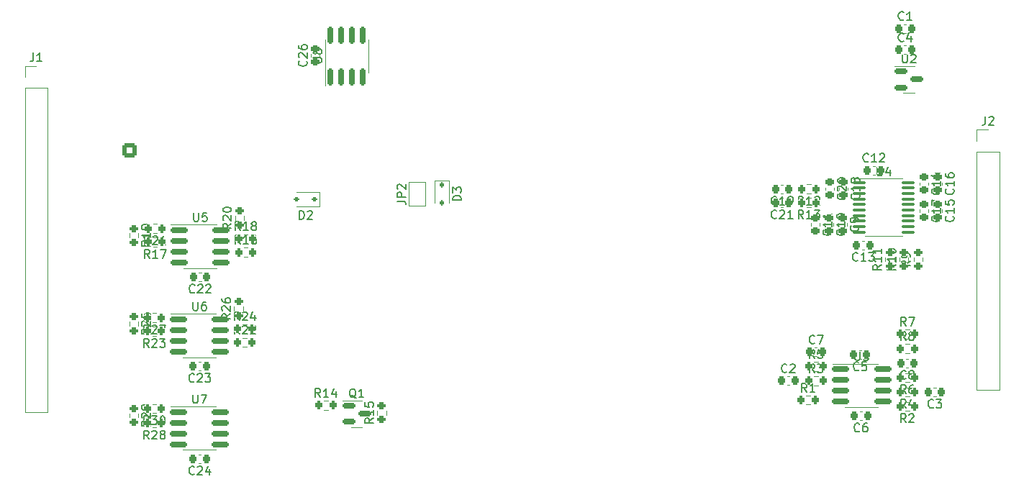
<source format=gbr>
%TF.GenerationSoftware,KiCad,Pcbnew,7.0.2*%
%TF.CreationDate,2025-03-27T17:53:26+00:00*%
%TF.ProjectId,dk2_04b_bottom,646b325f-3034-4625-9f62-6f74746f6d2e,rev?*%
%TF.SameCoordinates,Original*%
%TF.FileFunction,Legend,Top*%
%TF.FilePolarity,Positive*%
%FSLAX46Y46*%
G04 Gerber Fmt 4.6, Leading zero omitted, Abs format (unit mm)*
G04 Created by KiCad (PCBNEW 7.0.2) date 2025-03-27 17:53:26*
%MOMM*%
%LPD*%
G01*
G04 APERTURE LIST*
G04 Aperture macros list*
%AMRoundRect*
0 Rectangle with rounded corners*
0 $1 Rounding radius*
0 $2 $3 $4 $5 $6 $7 $8 $9 X,Y pos of 4 corners*
0 Add a 4 corners polygon primitive as box body*
4,1,4,$2,$3,$4,$5,$6,$7,$8,$9,$2,$3,0*
0 Add four circle primitives for the rounded corners*
1,1,$1+$1,$2,$3*
1,1,$1+$1,$4,$5*
1,1,$1+$1,$6,$7*
1,1,$1+$1,$8,$9*
0 Add four rect primitives between the rounded corners*
20,1,$1+$1,$2,$3,$4,$5,0*
20,1,$1+$1,$4,$5,$6,$7,0*
20,1,$1+$1,$6,$7,$8,$9,0*
20,1,$1+$1,$8,$9,$2,$3,0*%
G04 Aperture macros list end*
%ADD10C,0.150000*%
%ADD11C,0.120000*%
%ADD12RoundRect,0.200000X0.275000X-0.200000X0.275000X0.200000X-0.275000X0.200000X-0.275000X-0.200000X0*%
%ADD13RoundRect,0.200000X-0.200000X-0.275000X0.200000X-0.275000X0.200000X0.275000X-0.200000X0.275000X0*%
%ADD14RoundRect,0.200000X0.200000X0.275000X-0.200000X0.275000X-0.200000X-0.275000X0.200000X-0.275000X0*%
%ADD15RoundRect,0.100000X-0.637500X-0.100000X0.637500X-0.100000X0.637500X0.100000X-0.637500X0.100000X0*%
%ADD16RoundRect,0.150000X0.150000X-0.825000X0.150000X0.825000X-0.150000X0.825000X-0.150000X-0.825000X0*%
%ADD17RoundRect,0.200000X-0.275000X0.200000X-0.275000X-0.200000X0.275000X-0.200000X0.275000X0.200000X0*%
%ADD18RoundRect,0.225000X0.225000X0.250000X-0.225000X0.250000X-0.225000X-0.250000X0.225000X-0.250000X0*%
%ADD19R,1.700000X1.700000*%
%ADD20O,1.700000X1.700000*%
%ADD21RoundRect,0.225000X-0.250000X0.225000X-0.250000X-0.225000X0.250000X-0.225000X0.250000X0.225000X0*%
%ADD22RoundRect,0.112500X-0.112500X0.187500X-0.112500X-0.187500X0.112500X-0.187500X0.112500X0.187500X0*%
%ADD23RoundRect,0.150000X-0.825000X-0.150000X0.825000X-0.150000X0.825000X0.150000X-0.825000X0.150000X0*%
%ADD24RoundRect,0.225000X-0.225000X-0.250000X0.225000X-0.250000X0.225000X0.250000X-0.225000X0.250000X0*%
%ADD25RoundRect,0.150000X-0.587500X-0.150000X0.587500X-0.150000X0.587500X0.150000X-0.587500X0.150000X0*%
%ADD26R,1.500000X1.000000*%
%ADD27RoundRect,0.112500X0.187500X0.112500X-0.187500X0.112500X-0.187500X-0.112500X0.187500X-0.112500X0*%
%ADD28RoundRect,0.225000X0.250000X-0.225000X0.250000X0.225000X-0.250000X0.225000X-0.250000X-0.225000X0*%
%ADD29R,2.400000X2.400000*%
%ADD30C,2.400000*%
%ADD31RoundRect,0.250000X-0.600000X-0.600000X0.600000X-0.600000X0.600000X0.600000X-0.600000X0.600000X0*%
%ADD32C,1.700000*%
%ADD33C,2.600000*%
%ADD34R,1.600000X1.600000*%
%ADD35C,1.600000*%
%ADD36R,2.000000X2.000000*%
%ADD37C,2.000000*%
%ADD38O,1.800000X1.800000*%
%ADD39O,1.500000X1.500000*%
G04 APERTURE END LIST*
D10*
%TO.C,R11*%
X183465119Y-80587857D02*
X182988928Y-80921190D01*
X183465119Y-81159285D02*
X182465119Y-81159285D01*
X182465119Y-81159285D02*
X182465119Y-80778333D01*
X182465119Y-80778333D02*
X182512738Y-80683095D01*
X182512738Y-80683095D02*
X182560357Y-80635476D01*
X182560357Y-80635476D02*
X182655595Y-80587857D01*
X182655595Y-80587857D02*
X182798452Y-80587857D01*
X182798452Y-80587857D02*
X182893690Y-80635476D01*
X182893690Y-80635476D02*
X182941309Y-80683095D01*
X182941309Y-80683095D02*
X182988928Y-80778333D01*
X182988928Y-80778333D02*
X182988928Y-81159285D01*
X183465119Y-79635476D02*
X183465119Y-80206904D01*
X183465119Y-79921190D02*
X182465119Y-79921190D01*
X182465119Y-79921190D02*
X182607976Y-80016428D01*
X182607976Y-80016428D02*
X182703214Y-80111666D01*
X182703214Y-80111666D02*
X182750833Y-80206904D01*
X183465119Y-78683095D02*
X183465119Y-79254523D01*
X183465119Y-78968809D02*
X182465119Y-78968809D01*
X182465119Y-78968809D02*
X182607976Y-79064047D01*
X182607976Y-79064047D02*
X182703214Y-79159285D01*
X182703214Y-79159285D02*
X182750833Y-79254523D01*
%TO.C,R8*%
X186318333Y-89467619D02*
X185985000Y-88991428D01*
X185746905Y-89467619D02*
X185746905Y-88467619D01*
X185746905Y-88467619D02*
X186127857Y-88467619D01*
X186127857Y-88467619D02*
X186223095Y-88515238D01*
X186223095Y-88515238D02*
X186270714Y-88562857D01*
X186270714Y-88562857D02*
X186318333Y-88658095D01*
X186318333Y-88658095D02*
X186318333Y-88800952D01*
X186318333Y-88800952D02*
X186270714Y-88896190D01*
X186270714Y-88896190D02*
X186223095Y-88943809D01*
X186223095Y-88943809D02*
X186127857Y-88991428D01*
X186127857Y-88991428D02*
X185746905Y-88991428D01*
X186889762Y-88896190D02*
X186794524Y-88848571D01*
X186794524Y-88848571D02*
X186746905Y-88800952D01*
X186746905Y-88800952D02*
X186699286Y-88705714D01*
X186699286Y-88705714D02*
X186699286Y-88658095D01*
X186699286Y-88658095D02*
X186746905Y-88562857D01*
X186746905Y-88562857D02*
X186794524Y-88515238D01*
X186794524Y-88515238D02*
X186889762Y-88467619D01*
X186889762Y-88467619D02*
X187080238Y-88467619D01*
X187080238Y-88467619D02*
X187175476Y-88515238D01*
X187175476Y-88515238D02*
X187223095Y-88562857D01*
X187223095Y-88562857D02*
X187270714Y-88658095D01*
X187270714Y-88658095D02*
X187270714Y-88705714D01*
X187270714Y-88705714D02*
X187223095Y-88800952D01*
X187223095Y-88800952D02*
X187175476Y-88848571D01*
X187175476Y-88848571D02*
X187080238Y-88896190D01*
X187080238Y-88896190D02*
X186889762Y-88896190D01*
X186889762Y-88896190D02*
X186794524Y-88943809D01*
X186794524Y-88943809D02*
X186746905Y-88991428D01*
X186746905Y-88991428D02*
X186699286Y-89086666D01*
X186699286Y-89086666D02*
X186699286Y-89277142D01*
X186699286Y-89277142D02*
X186746905Y-89372380D01*
X186746905Y-89372380D02*
X186794524Y-89420000D01*
X186794524Y-89420000D02*
X186889762Y-89467619D01*
X186889762Y-89467619D02*
X187080238Y-89467619D01*
X187080238Y-89467619D02*
X187175476Y-89420000D01*
X187175476Y-89420000D02*
X187223095Y-89372380D01*
X187223095Y-89372380D02*
X187270714Y-89277142D01*
X187270714Y-89277142D02*
X187270714Y-89086666D01*
X187270714Y-89086666D02*
X187223095Y-88991428D01*
X187223095Y-88991428D02*
X187175476Y-88943809D01*
X187175476Y-88943809D02*
X187080238Y-88896190D01*
%TO.C,R2*%
X186318333Y-99127619D02*
X185985000Y-98651428D01*
X185746905Y-99127619D02*
X185746905Y-98127619D01*
X185746905Y-98127619D02*
X186127857Y-98127619D01*
X186127857Y-98127619D02*
X186223095Y-98175238D01*
X186223095Y-98175238D02*
X186270714Y-98222857D01*
X186270714Y-98222857D02*
X186318333Y-98318095D01*
X186318333Y-98318095D02*
X186318333Y-98460952D01*
X186318333Y-98460952D02*
X186270714Y-98556190D01*
X186270714Y-98556190D02*
X186223095Y-98603809D01*
X186223095Y-98603809D02*
X186127857Y-98651428D01*
X186127857Y-98651428D02*
X185746905Y-98651428D01*
X186699286Y-98222857D02*
X186746905Y-98175238D01*
X186746905Y-98175238D02*
X186842143Y-98127619D01*
X186842143Y-98127619D02*
X187080238Y-98127619D01*
X187080238Y-98127619D02*
X187175476Y-98175238D01*
X187175476Y-98175238D02*
X187223095Y-98222857D01*
X187223095Y-98222857D02*
X187270714Y-98318095D01*
X187270714Y-98318095D02*
X187270714Y-98413333D01*
X187270714Y-98413333D02*
X187223095Y-98556190D01*
X187223095Y-98556190D02*
X186651667Y-99127619D01*
X186651667Y-99127619D02*
X187270714Y-99127619D01*
%TO.C,U4*%
X182958095Y-69082619D02*
X182958095Y-69892142D01*
X182958095Y-69892142D02*
X183005714Y-69987380D01*
X183005714Y-69987380D02*
X183053333Y-70035000D01*
X183053333Y-70035000D02*
X183148571Y-70082619D01*
X183148571Y-70082619D02*
X183339047Y-70082619D01*
X183339047Y-70082619D02*
X183434285Y-70035000D01*
X183434285Y-70035000D02*
X183481904Y-69987380D01*
X183481904Y-69987380D02*
X183529523Y-69892142D01*
X183529523Y-69892142D02*
X183529523Y-69082619D01*
X184434285Y-69415952D02*
X184434285Y-70082619D01*
X184196190Y-69035000D02*
X183958095Y-69749285D01*
X183958095Y-69749285D02*
X184577142Y-69749285D01*
%TO.C,U8*%
X116594942Y-56761904D02*
X117404465Y-56761904D01*
X117404465Y-56761904D02*
X117499703Y-56714285D01*
X117499703Y-56714285D02*
X117547323Y-56666666D01*
X117547323Y-56666666D02*
X117594942Y-56571428D01*
X117594942Y-56571428D02*
X117594942Y-56380952D01*
X117594942Y-56380952D02*
X117547323Y-56285714D01*
X117547323Y-56285714D02*
X117499703Y-56238095D01*
X117499703Y-56238095D02*
X117404465Y-56190476D01*
X117404465Y-56190476D02*
X116594942Y-56190476D01*
X117023513Y-55571428D02*
X116975894Y-55666666D01*
X116975894Y-55666666D02*
X116928275Y-55714285D01*
X116928275Y-55714285D02*
X116833037Y-55761904D01*
X116833037Y-55761904D02*
X116785418Y-55761904D01*
X116785418Y-55761904D02*
X116690180Y-55714285D01*
X116690180Y-55714285D02*
X116642561Y-55666666D01*
X116642561Y-55666666D02*
X116594942Y-55571428D01*
X116594942Y-55571428D02*
X116594942Y-55380952D01*
X116594942Y-55380952D02*
X116642561Y-55285714D01*
X116642561Y-55285714D02*
X116690180Y-55238095D01*
X116690180Y-55238095D02*
X116785418Y-55190476D01*
X116785418Y-55190476D02*
X116833037Y-55190476D01*
X116833037Y-55190476D02*
X116928275Y-55238095D01*
X116928275Y-55238095D02*
X116975894Y-55285714D01*
X116975894Y-55285714D02*
X117023513Y-55380952D01*
X117023513Y-55380952D02*
X117023513Y-55571428D01*
X117023513Y-55571428D02*
X117071132Y-55666666D01*
X117071132Y-55666666D02*
X117118751Y-55714285D01*
X117118751Y-55714285D02*
X117213989Y-55761904D01*
X117213989Y-55761904D02*
X117404465Y-55761904D01*
X117404465Y-55761904D02*
X117499703Y-55714285D01*
X117499703Y-55714285D02*
X117547323Y-55666666D01*
X117547323Y-55666666D02*
X117594942Y-55571428D01*
X117594942Y-55571428D02*
X117594942Y-55380952D01*
X117594942Y-55380952D02*
X117547323Y-55285714D01*
X117547323Y-55285714D02*
X117499703Y-55238095D01*
X117499703Y-55238095D02*
X117404465Y-55190476D01*
X117404465Y-55190476D02*
X117213989Y-55190476D01*
X117213989Y-55190476D02*
X117118751Y-55238095D01*
X117118751Y-55238095D02*
X117071132Y-55285714D01*
X117071132Y-55285714D02*
X117023513Y-55380952D01*
%TO.C,R14*%
X117432142Y-96142619D02*
X117098809Y-95666428D01*
X116860714Y-96142619D02*
X116860714Y-95142619D01*
X116860714Y-95142619D02*
X117241666Y-95142619D01*
X117241666Y-95142619D02*
X117336904Y-95190238D01*
X117336904Y-95190238D02*
X117384523Y-95237857D01*
X117384523Y-95237857D02*
X117432142Y-95333095D01*
X117432142Y-95333095D02*
X117432142Y-95475952D01*
X117432142Y-95475952D02*
X117384523Y-95571190D01*
X117384523Y-95571190D02*
X117336904Y-95618809D01*
X117336904Y-95618809D02*
X117241666Y-95666428D01*
X117241666Y-95666428D02*
X116860714Y-95666428D01*
X118384523Y-96142619D02*
X117813095Y-96142619D01*
X118098809Y-96142619D02*
X118098809Y-95142619D01*
X118098809Y-95142619D02*
X118003571Y-95285476D01*
X118003571Y-95285476D02*
X117908333Y-95380714D01*
X117908333Y-95380714D02*
X117813095Y-95428333D01*
X119241666Y-95475952D02*
X119241666Y-96142619D01*
X119003571Y-95095000D02*
X118765476Y-95809285D01*
X118765476Y-95809285D02*
X119384523Y-95809285D01*
%TO.C,R10*%
X185115119Y-80587857D02*
X184638928Y-80921190D01*
X185115119Y-81159285D02*
X184115119Y-81159285D01*
X184115119Y-81159285D02*
X184115119Y-80778333D01*
X184115119Y-80778333D02*
X184162738Y-80683095D01*
X184162738Y-80683095D02*
X184210357Y-80635476D01*
X184210357Y-80635476D02*
X184305595Y-80587857D01*
X184305595Y-80587857D02*
X184448452Y-80587857D01*
X184448452Y-80587857D02*
X184543690Y-80635476D01*
X184543690Y-80635476D02*
X184591309Y-80683095D01*
X184591309Y-80683095D02*
X184638928Y-80778333D01*
X184638928Y-80778333D02*
X184638928Y-81159285D01*
X185115119Y-79635476D02*
X185115119Y-80206904D01*
X185115119Y-79921190D02*
X184115119Y-79921190D01*
X184115119Y-79921190D02*
X184257976Y-80016428D01*
X184257976Y-80016428D02*
X184353214Y-80111666D01*
X184353214Y-80111666D02*
X184400833Y-80206904D01*
X184115119Y-79016428D02*
X184115119Y-78921190D01*
X184115119Y-78921190D02*
X184162738Y-78825952D01*
X184162738Y-78825952D02*
X184210357Y-78778333D01*
X184210357Y-78778333D02*
X184305595Y-78730714D01*
X184305595Y-78730714D02*
X184496071Y-78683095D01*
X184496071Y-78683095D02*
X184734166Y-78683095D01*
X184734166Y-78683095D02*
X184924642Y-78730714D01*
X184924642Y-78730714D02*
X185019880Y-78778333D01*
X185019880Y-78778333D02*
X185067500Y-78825952D01*
X185067500Y-78825952D02*
X185115119Y-78921190D01*
X185115119Y-78921190D02*
X185115119Y-79016428D01*
X185115119Y-79016428D02*
X185067500Y-79111666D01*
X185067500Y-79111666D02*
X185019880Y-79159285D01*
X185019880Y-79159285D02*
X184924642Y-79206904D01*
X184924642Y-79206904D02*
X184734166Y-79254523D01*
X184734166Y-79254523D02*
X184496071Y-79254523D01*
X184496071Y-79254523D02*
X184305595Y-79206904D01*
X184305595Y-79206904D02*
X184210357Y-79159285D01*
X184210357Y-79159285D02*
X184162738Y-79111666D01*
X184162738Y-79111666D02*
X184115119Y-79016428D01*
%TO.C,R19*%
X97407619Y-77762857D02*
X96931428Y-78096190D01*
X97407619Y-78334285D02*
X96407619Y-78334285D01*
X96407619Y-78334285D02*
X96407619Y-77953333D01*
X96407619Y-77953333D02*
X96455238Y-77858095D01*
X96455238Y-77858095D02*
X96502857Y-77810476D01*
X96502857Y-77810476D02*
X96598095Y-77762857D01*
X96598095Y-77762857D02*
X96740952Y-77762857D01*
X96740952Y-77762857D02*
X96836190Y-77810476D01*
X96836190Y-77810476D02*
X96883809Y-77858095D01*
X96883809Y-77858095D02*
X96931428Y-77953333D01*
X96931428Y-77953333D02*
X96931428Y-78334285D01*
X97407619Y-76810476D02*
X97407619Y-77381904D01*
X97407619Y-77096190D02*
X96407619Y-77096190D01*
X96407619Y-77096190D02*
X96550476Y-77191428D01*
X96550476Y-77191428D02*
X96645714Y-77286666D01*
X96645714Y-77286666D02*
X96693333Y-77381904D01*
X97407619Y-76334285D02*
X97407619Y-76143809D01*
X97407619Y-76143809D02*
X97360000Y-76048571D01*
X97360000Y-76048571D02*
X97312380Y-76000952D01*
X97312380Y-76000952D02*
X97169523Y-75905714D01*
X97169523Y-75905714D02*
X96979047Y-75858095D01*
X96979047Y-75858095D02*
X96598095Y-75858095D01*
X96598095Y-75858095D02*
X96502857Y-75905714D01*
X96502857Y-75905714D02*
X96455238Y-75953333D01*
X96455238Y-75953333D02*
X96407619Y-76048571D01*
X96407619Y-76048571D02*
X96407619Y-76239047D01*
X96407619Y-76239047D02*
X96455238Y-76334285D01*
X96455238Y-76334285D02*
X96502857Y-76381904D01*
X96502857Y-76381904D02*
X96598095Y-76429523D01*
X96598095Y-76429523D02*
X96836190Y-76429523D01*
X96836190Y-76429523D02*
X96931428Y-76381904D01*
X96931428Y-76381904D02*
X96979047Y-76334285D01*
X96979047Y-76334285D02*
X97026666Y-76239047D01*
X97026666Y-76239047D02*
X97026666Y-76048571D01*
X97026666Y-76048571D02*
X96979047Y-75953333D01*
X96979047Y-75953333D02*
X96931428Y-75905714D01*
X96931428Y-75905714D02*
X96836190Y-75858095D01*
%TO.C,C3*%
X189568333Y-97332380D02*
X189520714Y-97380000D01*
X189520714Y-97380000D02*
X189377857Y-97427619D01*
X189377857Y-97427619D02*
X189282619Y-97427619D01*
X189282619Y-97427619D02*
X189139762Y-97380000D01*
X189139762Y-97380000D02*
X189044524Y-97284761D01*
X189044524Y-97284761D02*
X188996905Y-97189523D01*
X188996905Y-97189523D02*
X188949286Y-96999047D01*
X188949286Y-96999047D02*
X188949286Y-96856190D01*
X188949286Y-96856190D02*
X188996905Y-96665714D01*
X188996905Y-96665714D02*
X189044524Y-96570476D01*
X189044524Y-96570476D02*
X189139762Y-96475238D01*
X189139762Y-96475238D02*
X189282619Y-96427619D01*
X189282619Y-96427619D02*
X189377857Y-96427619D01*
X189377857Y-96427619D02*
X189520714Y-96475238D01*
X189520714Y-96475238D02*
X189568333Y-96522857D01*
X189901667Y-96427619D02*
X190520714Y-96427619D01*
X190520714Y-96427619D02*
X190187381Y-96808571D01*
X190187381Y-96808571D02*
X190330238Y-96808571D01*
X190330238Y-96808571D02*
X190425476Y-96856190D01*
X190425476Y-96856190D02*
X190473095Y-96903809D01*
X190473095Y-96903809D02*
X190520714Y-96999047D01*
X190520714Y-96999047D02*
X190520714Y-97237142D01*
X190520714Y-97237142D02*
X190473095Y-97332380D01*
X190473095Y-97332380D02*
X190425476Y-97380000D01*
X190425476Y-97380000D02*
X190330238Y-97427619D01*
X190330238Y-97427619D02*
X190044524Y-97427619D01*
X190044524Y-97427619D02*
X189949286Y-97380000D01*
X189949286Y-97380000D02*
X189901667Y-97332380D01*
%TO.C,J1*%
X83666666Y-55632619D02*
X83666666Y-56346904D01*
X83666666Y-56346904D02*
X83619047Y-56489761D01*
X83619047Y-56489761D02*
X83523809Y-56585000D01*
X83523809Y-56585000D02*
X83380952Y-56632619D01*
X83380952Y-56632619D02*
X83285714Y-56632619D01*
X84666666Y-56632619D02*
X84095238Y-56632619D01*
X84380952Y-56632619D02*
X84380952Y-55632619D01*
X84380952Y-55632619D02*
X84285714Y-55775476D01*
X84285714Y-55775476D02*
X84190476Y-55870714D01*
X84190476Y-55870714D02*
X84095238Y-55918333D01*
%TO.C,C20*%
X179179880Y-72262857D02*
X179227500Y-72310476D01*
X179227500Y-72310476D02*
X179275119Y-72453333D01*
X179275119Y-72453333D02*
X179275119Y-72548571D01*
X179275119Y-72548571D02*
X179227500Y-72691428D01*
X179227500Y-72691428D02*
X179132261Y-72786666D01*
X179132261Y-72786666D02*
X179037023Y-72834285D01*
X179037023Y-72834285D02*
X178846547Y-72881904D01*
X178846547Y-72881904D02*
X178703690Y-72881904D01*
X178703690Y-72881904D02*
X178513214Y-72834285D01*
X178513214Y-72834285D02*
X178417976Y-72786666D01*
X178417976Y-72786666D02*
X178322738Y-72691428D01*
X178322738Y-72691428D02*
X178275119Y-72548571D01*
X178275119Y-72548571D02*
X178275119Y-72453333D01*
X178275119Y-72453333D02*
X178322738Y-72310476D01*
X178322738Y-72310476D02*
X178370357Y-72262857D01*
X178370357Y-71881904D02*
X178322738Y-71834285D01*
X178322738Y-71834285D02*
X178275119Y-71739047D01*
X178275119Y-71739047D02*
X178275119Y-71500952D01*
X178275119Y-71500952D02*
X178322738Y-71405714D01*
X178322738Y-71405714D02*
X178370357Y-71358095D01*
X178370357Y-71358095D02*
X178465595Y-71310476D01*
X178465595Y-71310476D02*
X178560833Y-71310476D01*
X178560833Y-71310476D02*
X178703690Y-71358095D01*
X178703690Y-71358095D02*
X179275119Y-71929523D01*
X179275119Y-71929523D02*
X179275119Y-71310476D01*
X178275119Y-70691428D02*
X178275119Y-70596190D01*
X178275119Y-70596190D02*
X178322738Y-70500952D01*
X178322738Y-70500952D02*
X178370357Y-70453333D01*
X178370357Y-70453333D02*
X178465595Y-70405714D01*
X178465595Y-70405714D02*
X178656071Y-70358095D01*
X178656071Y-70358095D02*
X178894166Y-70358095D01*
X178894166Y-70358095D02*
X179084642Y-70405714D01*
X179084642Y-70405714D02*
X179179880Y-70453333D01*
X179179880Y-70453333D02*
X179227500Y-70500952D01*
X179227500Y-70500952D02*
X179275119Y-70596190D01*
X179275119Y-70596190D02*
X179275119Y-70691428D01*
X179275119Y-70691428D02*
X179227500Y-70786666D01*
X179227500Y-70786666D02*
X179179880Y-70834285D01*
X179179880Y-70834285D02*
X179084642Y-70881904D01*
X179084642Y-70881904D02*
X178894166Y-70929523D01*
X178894166Y-70929523D02*
X178656071Y-70929523D01*
X178656071Y-70929523D02*
X178465595Y-70881904D01*
X178465595Y-70881904D02*
X178370357Y-70834285D01*
X178370357Y-70834285D02*
X178322738Y-70786666D01*
X178322738Y-70786666D02*
X178275119Y-70691428D01*
%TO.C,C16*%
X191879880Y-71662857D02*
X191927500Y-71710476D01*
X191927500Y-71710476D02*
X191975119Y-71853333D01*
X191975119Y-71853333D02*
X191975119Y-71948571D01*
X191975119Y-71948571D02*
X191927500Y-72091428D01*
X191927500Y-72091428D02*
X191832261Y-72186666D01*
X191832261Y-72186666D02*
X191737023Y-72234285D01*
X191737023Y-72234285D02*
X191546547Y-72281904D01*
X191546547Y-72281904D02*
X191403690Y-72281904D01*
X191403690Y-72281904D02*
X191213214Y-72234285D01*
X191213214Y-72234285D02*
X191117976Y-72186666D01*
X191117976Y-72186666D02*
X191022738Y-72091428D01*
X191022738Y-72091428D02*
X190975119Y-71948571D01*
X190975119Y-71948571D02*
X190975119Y-71853333D01*
X190975119Y-71853333D02*
X191022738Y-71710476D01*
X191022738Y-71710476D02*
X191070357Y-71662857D01*
X191975119Y-70710476D02*
X191975119Y-71281904D01*
X191975119Y-70996190D02*
X190975119Y-70996190D01*
X190975119Y-70996190D02*
X191117976Y-71091428D01*
X191117976Y-71091428D02*
X191213214Y-71186666D01*
X191213214Y-71186666D02*
X191260833Y-71281904D01*
X190975119Y-69853333D02*
X190975119Y-70043809D01*
X190975119Y-70043809D02*
X191022738Y-70139047D01*
X191022738Y-70139047D02*
X191070357Y-70186666D01*
X191070357Y-70186666D02*
X191213214Y-70281904D01*
X191213214Y-70281904D02*
X191403690Y-70329523D01*
X191403690Y-70329523D02*
X191784642Y-70329523D01*
X191784642Y-70329523D02*
X191879880Y-70281904D01*
X191879880Y-70281904D02*
X191927500Y-70234285D01*
X191927500Y-70234285D02*
X191975119Y-70139047D01*
X191975119Y-70139047D02*
X191975119Y-69948571D01*
X191975119Y-69948571D02*
X191927500Y-69853333D01*
X191927500Y-69853333D02*
X191879880Y-69805714D01*
X191879880Y-69805714D02*
X191784642Y-69758095D01*
X191784642Y-69758095D02*
X191546547Y-69758095D01*
X191546547Y-69758095D02*
X191451309Y-69805714D01*
X191451309Y-69805714D02*
X191403690Y-69853333D01*
X191403690Y-69853333D02*
X191356071Y-69948571D01*
X191356071Y-69948571D02*
X191356071Y-70139047D01*
X191356071Y-70139047D02*
X191403690Y-70234285D01*
X191403690Y-70234285D02*
X191451309Y-70281904D01*
X191451309Y-70281904D02*
X191546547Y-70329523D01*
%TO.C,D3*%
X134012619Y-72988094D02*
X133012619Y-72988094D01*
X133012619Y-72988094D02*
X133012619Y-72749999D01*
X133012619Y-72749999D02*
X133060238Y-72607142D01*
X133060238Y-72607142D02*
X133155476Y-72511904D01*
X133155476Y-72511904D02*
X133250714Y-72464285D01*
X133250714Y-72464285D02*
X133441190Y-72416666D01*
X133441190Y-72416666D02*
X133584047Y-72416666D01*
X133584047Y-72416666D02*
X133774523Y-72464285D01*
X133774523Y-72464285D02*
X133869761Y-72511904D01*
X133869761Y-72511904D02*
X133965000Y-72607142D01*
X133965000Y-72607142D02*
X134012619Y-72749999D01*
X134012619Y-72749999D02*
X134012619Y-72988094D01*
X133012619Y-72083332D02*
X133012619Y-71464285D01*
X133012619Y-71464285D02*
X133393571Y-71797618D01*
X133393571Y-71797618D02*
X133393571Y-71654761D01*
X133393571Y-71654761D02*
X133441190Y-71559523D01*
X133441190Y-71559523D02*
X133488809Y-71511904D01*
X133488809Y-71511904D02*
X133584047Y-71464285D01*
X133584047Y-71464285D02*
X133822142Y-71464285D01*
X133822142Y-71464285D02*
X133917380Y-71511904D01*
X133917380Y-71511904D02*
X133965000Y-71559523D01*
X133965000Y-71559523D02*
X134012619Y-71654761D01*
X134012619Y-71654761D02*
X134012619Y-71940475D01*
X134012619Y-71940475D02*
X133965000Y-72035713D01*
X133965000Y-72035713D02*
X133917380Y-72083332D01*
%TO.C,U3*%
X180348095Y-90832619D02*
X180348095Y-91642142D01*
X180348095Y-91642142D02*
X180395714Y-91737380D01*
X180395714Y-91737380D02*
X180443333Y-91785000D01*
X180443333Y-91785000D02*
X180538571Y-91832619D01*
X180538571Y-91832619D02*
X180729047Y-91832619D01*
X180729047Y-91832619D02*
X180824285Y-91785000D01*
X180824285Y-91785000D02*
X180871904Y-91737380D01*
X180871904Y-91737380D02*
X180919523Y-91642142D01*
X180919523Y-91642142D02*
X180919523Y-90832619D01*
X181300476Y-90832619D02*
X181919523Y-90832619D01*
X181919523Y-90832619D02*
X181586190Y-91213571D01*
X181586190Y-91213571D02*
X181729047Y-91213571D01*
X181729047Y-91213571D02*
X181824285Y-91261190D01*
X181824285Y-91261190D02*
X181871904Y-91308809D01*
X181871904Y-91308809D02*
X181919523Y-91404047D01*
X181919523Y-91404047D02*
X181919523Y-91642142D01*
X181919523Y-91642142D02*
X181871904Y-91737380D01*
X181871904Y-91737380D02*
X181824285Y-91785000D01*
X181824285Y-91785000D02*
X181729047Y-91832619D01*
X181729047Y-91832619D02*
X181443333Y-91832619D01*
X181443333Y-91832619D02*
X181348095Y-91785000D01*
X181348095Y-91785000D02*
X181300476Y-91737380D01*
%TO.C,C2*%
X172318333Y-93172380D02*
X172270714Y-93220000D01*
X172270714Y-93220000D02*
X172127857Y-93267619D01*
X172127857Y-93267619D02*
X172032619Y-93267619D01*
X172032619Y-93267619D02*
X171889762Y-93220000D01*
X171889762Y-93220000D02*
X171794524Y-93124761D01*
X171794524Y-93124761D02*
X171746905Y-93029523D01*
X171746905Y-93029523D02*
X171699286Y-92839047D01*
X171699286Y-92839047D02*
X171699286Y-92696190D01*
X171699286Y-92696190D02*
X171746905Y-92505714D01*
X171746905Y-92505714D02*
X171794524Y-92410476D01*
X171794524Y-92410476D02*
X171889762Y-92315238D01*
X171889762Y-92315238D02*
X172032619Y-92267619D01*
X172032619Y-92267619D02*
X172127857Y-92267619D01*
X172127857Y-92267619D02*
X172270714Y-92315238D01*
X172270714Y-92315238D02*
X172318333Y-92362857D01*
X172699286Y-92362857D02*
X172746905Y-92315238D01*
X172746905Y-92315238D02*
X172842143Y-92267619D01*
X172842143Y-92267619D02*
X173080238Y-92267619D01*
X173080238Y-92267619D02*
X173175476Y-92315238D01*
X173175476Y-92315238D02*
X173223095Y-92362857D01*
X173223095Y-92362857D02*
X173270714Y-92458095D01*
X173270714Y-92458095D02*
X173270714Y-92553333D01*
X173270714Y-92553333D02*
X173223095Y-92696190D01*
X173223095Y-92696190D02*
X172651667Y-93267619D01*
X172651667Y-93267619D02*
X173270714Y-93267619D01*
%TO.C,C11*%
X177479880Y-76462857D02*
X177527500Y-76510476D01*
X177527500Y-76510476D02*
X177575119Y-76653333D01*
X177575119Y-76653333D02*
X177575119Y-76748571D01*
X177575119Y-76748571D02*
X177527500Y-76891428D01*
X177527500Y-76891428D02*
X177432261Y-76986666D01*
X177432261Y-76986666D02*
X177337023Y-77034285D01*
X177337023Y-77034285D02*
X177146547Y-77081904D01*
X177146547Y-77081904D02*
X177003690Y-77081904D01*
X177003690Y-77081904D02*
X176813214Y-77034285D01*
X176813214Y-77034285D02*
X176717976Y-76986666D01*
X176717976Y-76986666D02*
X176622738Y-76891428D01*
X176622738Y-76891428D02*
X176575119Y-76748571D01*
X176575119Y-76748571D02*
X176575119Y-76653333D01*
X176575119Y-76653333D02*
X176622738Y-76510476D01*
X176622738Y-76510476D02*
X176670357Y-76462857D01*
X177575119Y-75510476D02*
X177575119Y-76081904D01*
X177575119Y-75796190D02*
X176575119Y-75796190D01*
X176575119Y-75796190D02*
X176717976Y-75891428D01*
X176717976Y-75891428D02*
X176813214Y-75986666D01*
X176813214Y-75986666D02*
X176860833Y-76081904D01*
X177575119Y-74558095D02*
X177575119Y-75129523D01*
X177575119Y-74843809D02*
X176575119Y-74843809D01*
X176575119Y-74843809D02*
X176717976Y-74939047D01*
X176717976Y-74939047D02*
X176813214Y-75034285D01*
X176813214Y-75034285D02*
X176860833Y-75129523D01*
%TO.C,R3*%
X175568333Y-93267619D02*
X175235000Y-92791428D01*
X174996905Y-93267619D02*
X174996905Y-92267619D01*
X174996905Y-92267619D02*
X175377857Y-92267619D01*
X175377857Y-92267619D02*
X175473095Y-92315238D01*
X175473095Y-92315238D02*
X175520714Y-92362857D01*
X175520714Y-92362857D02*
X175568333Y-92458095D01*
X175568333Y-92458095D02*
X175568333Y-92600952D01*
X175568333Y-92600952D02*
X175520714Y-92696190D01*
X175520714Y-92696190D02*
X175473095Y-92743809D01*
X175473095Y-92743809D02*
X175377857Y-92791428D01*
X175377857Y-92791428D02*
X174996905Y-92791428D01*
X175901667Y-92267619D02*
X176520714Y-92267619D01*
X176520714Y-92267619D02*
X176187381Y-92648571D01*
X176187381Y-92648571D02*
X176330238Y-92648571D01*
X176330238Y-92648571D02*
X176425476Y-92696190D01*
X176425476Y-92696190D02*
X176473095Y-92743809D01*
X176473095Y-92743809D02*
X176520714Y-92839047D01*
X176520714Y-92839047D02*
X176520714Y-93077142D01*
X176520714Y-93077142D02*
X176473095Y-93172380D01*
X176473095Y-93172380D02*
X176425476Y-93220000D01*
X176425476Y-93220000D02*
X176330238Y-93267619D01*
X176330238Y-93267619D02*
X176044524Y-93267619D01*
X176044524Y-93267619D02*
X175949286Y-93220000D01*
X175949286Y-93220000D02*
X175901667Y-93172380D01*
%TO.C,R20*%
X106947619Y-75712857D02*
X106471428Y-76046190D01*
X106947619Y-76284285D02*
X105947619Y-76284285D01*
X105947619Y-76284285D02*
X105947619Y-75903333D01*
X105947619Y-75903333D02*
X105995238Y-75808095D01*
X105995238Y-75808095D02*
X106042857Y-75760476D01*
X106042857Y-75760476D02*
X106138095Y-75712857D01*
X106138095Y-75712857D02*
X106280952Y-75712857D01*
X106280952Y-75712857D02*
X106376190Y-75760476D01*
X106376190Y-75760476D02*
X106423809Y-75808095D01*
X106423809Y-75808095D02*
X106471428Y-75903333D01*
X106471428Y-75903333D02*
X106471428Y-76284285D01*
X106042857Y-75331904D02*
X105995238Y-75284285D01*
X105995238Y-75284285D02*
X105947619Y-75189047D01*
X105947619Y-75189047D02*
X105947619Y-74950952D01*
X105947619Y-74950952D02*
X105995238Y-74855714D01*
X105995238Y-74855714D02*
X106042857Y-74808095D01*
X106042857Y-74808095D02*
X106138095Y-74760476D01*
X106138095Y-74760476D02*
X106233333Y-74760476D01*
X106233333Y-74760476D02*
X106376190Y-74808095D01*
X106376190Y-74808095D02*
X106947619Y-75379523D01*
X106947619Y-75379523D02*
X106947619Y-74760476D01*
X105947619Y-74141428D02*
X105947619Y-74046190D01*
X105947619Y-74046190D02*
X105995238Y-73950952D01*
X105995238Y-73950952D02*
X106042857Y-73903333D01*
X106042857Y-73903333D02*
X106138095Y-73855714D01*
X106138095Y-73855714D02*
X106328571Y-73808095D01*
X106328571Y-73808095D02*
X106566666Y-73808095D01*
X106566666Y-73808095D02*
X106757142Y-73855714D01*
X106757142Y-73855714D02*
X106852380Y-73903333D01*
X106852380Y-73903333D02*
X106900000Y-73950952D01*
X106900000Y-73950952D02*
X106947619Y-74046190D01*
X106947619Y-74046190D02*
X106947619Y-74141428D01*
X106947619Y-74141428D02*
X106900000Y-74236666D01*
X106900000Y-74236666D02*
X106852380Y-74284285D01*
X106852380Y-74284285D02*
X106757142Y-74331904D01*
X106757142Y-74331904D02*
X106566666Y-74379523D01*
X106566666Y-74379523D02*
X106328571Y-74379523D01*
X106328571Y-74379523D02*
X106138095Y-74331904D01*
X106138095Y-74331904D02*
X106042857Y-74284285D01*
X106042857Y-74284285D02*
X105995238Y-74236666D01*
X105995238Y-74236666D02*
X105947619Y-74141428D01*
%TO.C,C14*%
X190279880Y-71662857D02*
X190327500Y-71710476D01*
X190327500Y-71710476D02*
X190375119Y-71853333D01*
X190375119Y-71853333D02*
X190375119Y-71948571D01*
X190375119Y-71948571D02*
X190327500Y-72091428D01*
X190327500Y-72091428D02*
X190232261Y-72186666D01*
X190232261Y-72186666D02*
X190137023Y-72234285D01*
X190137023Y-72234285D02*
X189946547Y-72281904D01*
X189946547Y-72281904D02*
X189803690Y-72281904D01*
X189803690Y-72281904D02*
X189613214Y-72234285D01*
X189613214Y-72234285D02*
X189517976Y-72186666D01*
X189517976Y-72186666D02*
X189422738Y-72091428D01*
X189422738Y-72091428D02*
X189375119Y-71948571D01*
X189375119Y-71948571D02*
X189375119Y-71853333D01*
X189375119Y-71853333D02*
X189422738Y-71710476D01*
X189422738Y-71710476D02*
X189470357Y-71662857D01*
X190375119Y-70710476D02*
X190375119Y-71281904D01*
X190375119Y-70996190D02*
X189375119Y-70996190D01*
X189375119Y-70996190D02*
X189517976Y-71091428D01*
X189517976Y-71091428D02*
X189613214Y-71186666D01*
X189613214Y-71186666D02*
X189660833Y-71281904D01*
X189708452Y-69853333D02*
X190375119Y-69853333D01*
X189327500Y-70091428D02*
X190041785Y-70329523D01*
X190041785Y-70329523D02*
X190041785Y-69710476D01*
%TO.C,U2*%
X185908095Y-55812619D02*
X185908095Y-56622142D01*
X185908095Y-56622142D02*
X185955714Y-56717380D01*
X185955714Y-56717380D02*
X186003333Y-56765000D01*
X186003333Y-56765000D02*
X186098571Y-56812619D01*
X186098571Y-56812619D02*
X186289047Y-56812619D01*
X186289047Y-56812619D02*
X186384285Y-56765000D01*
X186384285Y-56765000D02*
X186431904Y-56717380D01*
X186431904Y-56717380D02*
X186479523Y-56622142D01*
X186479523Y-56622142D02*
X186479523Y-55812619D01*
X186908095Y-55907857D02*
X186955714Y-55860238D01*
X186955714Y-55860238D02*
X187050952Y-55812619D01*
X187050952Y-55812619D02*
X187289047Y-55812619D01*
X187289047Y-55812619D02*
X187384285Y-55860238D01*
X187384285Y-55860238D02*
X187431904Y-55907857D01*
X187431904Y-55907857D02*
X187479523Y-56003095D01*
X187479523Y-56003095D02*
X187479523Y-56098333D01*
X187479523Y-56098333D02*
X187431904Y-56241190D01*
X187431904Y-56241190D02*
X186860476Y-56812619D01*
X186860476Y-56812619D02*
X187479523Y-56812619D01*
%TO.C,C1*%
X186063333Y-51697380D02*
X186015714Y-51745000D01*
X186015714Y-51745000D02*
X185872857Y-51792619D01*
X185872857Y-51792619D02*
X185777619Y-51792619D01*
X185777619Y-51792619D02*
X185634762Y-51745000D01*
X185634762Y-51745000D02*
X185539524Y-51649761D01*
X185539524Y-51649761D02*
X185491905Y-51554523D01*
X185491905Y-51554523D02*
X185444286Y-51364047D01*
X185444286Y-51364047D02*
X185444286Y-51221190D01*
X185444286Y-51221190D02*
X185491905Y-51030714D01*
X185491905Y-51030714D02*
X185539524Y-50935476D01*
X185539524Y-50935476D02*
X185634762Y-50840238D01*
X185634762Y-50840238D02*
X185777619Y-50792619D01*
X185777619Y-50792619D02*
X185872857Y-50792619D01*
X185872857Y-50792619D02*
X186015714Y-50840238D01*
X186015714Y-50840238D02*
X186063333Y-50887857D01*
X187015714Y-51792619D02*
X186444286Y-51792619D01*
X186730000Y-51792619D02*
X186730000Y-50792619D01*
X186730000Y-50792619D02*
X186634762Y-50935476D01*
X186634762Y-50935476D02*
X186539524Y-51030714D01*
X186539524Y-51030714D02*
X186444286Y-51078333D01*
%TO.C,R13*%
X174264642Y-75137619D02*
X173931309Y-74661428D01*
X173693214Y-75137619D02*
X173693214Y-74137619D01*
X173693214Y-74137619D02*
X174074166Y-74137619D01*
X174074166Y-74137619D02*
X174169404Y-74185238D01*
X174169404Y-74185238D02*
X174217023Y-74232857D01*
X174217023Y-74232857D02*
X174264642Y-74328095D01*
X174264642Y-74328095D02*
X174264642Y-74470952D01*
X174264642Y-74470952D02*
X174217023Y-74566190D01*
X174217023Y-74566190D02*
X174169404Y-74613809D01*
X174169404Y-74613809D02*
X174074166Y-74661428D01*
X174074166Y-74661428D02*
X173693214Y-74661428D01*
X175217023Y-75137619D02*
X174645595Y-75137619D01*
X174931309Y-75137619D02*
X174931309Y-74137619D01*
X174931309Y-74137619D02*
X174836071Y-74280476D01*
X174836071Y-74280476D02*
X174740833Y-74375714D01*
X174740833Y-74375714D02*
X174645595Y-74423333D01*
X175550357Y-74137619D02*
X176169404Y-74137619D01*
X176169404Y-74137619D02*
X175836071Y-74518571D01*
X175836071Y-74518571D02*
X175978928Y-74518571D01*
X175978928Y-74518571D02*
X176074166Y-74566190D01*
X176074166Y-74566190D02*
X176121785Y-74613809D01*
X176121785Y-74613809D02*
X176169404Y-74709047D01*
X176169404Y-74709047D02*
X176169404Y-74947142D01*
X176169404Y-74947142D02*
X176121785Y-75042380D01*
X176121785Y-75042380D02*
X176074166Y-75090000D01*
X176074166Y-75090000D02*
X175978928Y-75137619D01*
X175978928Y-75137619D02*
X175693214Y-75137619D01*
X175693214Y-75137619D02*
X175597976Y-75090000D01*
X175597976Y-75090000D02*
X175550357Y-75042380D01*
%TO.C,U5*%
X102528095Y-74462619D02*
X102528095Y-75272142D01*
X102528095Y-75272142D02*
X102575714Y-75367380D01*
X102575714Y-75367380D02*
X102623333Y-75415000D01*
X102623333Y-75415000D02*
X102718571Y-75462619D01*
X102718571Y-75462619D02*
X102909047Y-75462619D01*
X102909047Y-75462619D02*
X103004285Y-75415000D01*
X103004285Y-75415000D02*
X103051904Y-75367380D01*
X103051904Y-75367380D02*
X103099523Y-75272142D01*
X103099523Y-75272142D02*
X103099523Y-74462619D01*
X104051904Y-74462619D02*
X103575714Y-74462619D01*
X103575714Y-74462619D02*
X103528095Y-74938809D01*
X103528095Y-74938809D02*
X103575714Y-74891190D01*
X103575714Y-74891190D02*
X103670952Y-74843571D01*
X103670952Y-74843571D02*
X103909047Y-74843571D01*
X103909047Y-74843571D02*
X104004285Y-74891190D01*
X104004285Y-74891190D02*
X104051904Y-74938809D01*
X104051904Y-74938809D02*
X104099523Y-75034047D01*
X104099523Y-75034047D02*
X104099523Y-75272142D01*
X104099523Y-75272142D02*
X104051904Y-75367380D01*
X104051904Y-75367380D02*
X104004285Y-75415000D01*
X104004285Y-75415000D02*
X103909047Y-75462619D01*
X103909047Y-75462619D02*
X103670952Y-75462619D01*
X103670952Y-75462619D02*
X103575714Y-75415000D01*
X103575714Y-75415000D02*
X103528095Y-75367380D01*
%TO.C,C17*%
X190279880Y-74862857D02*
X190327500Y-74910476D01*
X190327500Y-74910476D02*
X190375119Y-75053333D01*
X190375119Y-75053333D02*
X190375119Y-75148571D01*
X190375119Y-75148571D02*
X190327500Y-75291428D01*
X190327500Y-75291428D02*
X190232261Y-75386666D01*
X190232261Y-75386666D02*
X190137023Y-75434285D01*
X190137023Y-75434285D02*
X189946547Y-75481904D01*
X189946547Y-75481904D02*
X189803690Y-75481904D01*
X189803690Y-75481904D02*
X189613214Y-75434285D01*
X189613214Y-75434285D02*
X189517976Y-75386666D01*
X189517976Y-75386666D02*
X189422738Y-75291428D01*
X189422738Y-75291428D02*
X189375119Y-75148571D01*
X189375119Y-75148571D02*
X189375119Y-75053333D01*
X189375119Y-75053333D02*
X189422738Y-74910476D01*
X189422738Y-74910476D02*
X189470357Y-74862857D01*
X190375119Y-73910476D02*
X190375119Y-74481904D01*
X190375119Y-74196190D02*
X189375119Y-74196190D01*
X189375119Y-74196190D02*
X189517976Y-74291428D01*
X189517976Y-74291428D02*
X189613214Y-74386666D01*
X189613214Y-74386666D02*
X189660833Y-74481904D01*
X189375119Y-73577142D02*
X189375119Y-72910476D01*
X189375119Y-72910476D02*
X190375119Y-73339047D01*
%TO.C,R17*%
X97347142Y-79787619D02*
X97013809Y-79311428D01*
X96775714Y-79787619D02*
X96775714Y-78787619D01*
X96775714Y-78787619D02*
X97156666Y-78787619D01*
X97156666Y-78787619D02*
X97251904Y-78835238D01*
X97251904Y-78835238D02*
X97299523Y-78882857D01*
X97299523Y-78882857D02*
X97347142Y-78978095D01*
X97347142Y-78978095D02*
X97347142Y-79120952D01*
X97347142Y-79120952D02*
X97299523Y-79216190D01*
X97299523Y-79216190D02*
X97251904Y-79263809D01*
X97251904Y-79263809D02*
X97156666Y-79311428D01*
X97156666Y-79311428D02*
X96775714Y-79311428D01*
X98299523Y-79787619D02*
X97728095Y-79787619D01*
X98013809Y-79787619D02*
X98013809Y-78787619D01*
X98013809Y-78787619D02*
X97918571Y-78930476D01*
X97918571Y-78930476D02*
X97823333Y-79025714D01*
X97823333Y-79025714D02*
X97728095Y-79073333D01*
X98632857Y-78787619D02*
X99299523Y-78787619D01*
X99299523Y-78787619D02*
X98870952Y-79787619D01*
%TO.C,R1*%
X174658333Y-95532619D02*
X174325000Y-95056428D01*
X174086905Y-95532619D02*
X174086905Y-94532619D01*
X174086905Y-94532619D02*
X174467857Y-94532619D01*
X174467857Y-94532619D02*
X174563095Y-94580238D01*
X174563095Y-94580238D02*
X174610714Y-94627857D01*
X174610714Y-94627857D02*
X174658333Y-94723095D01*
X174658333Y-94723095D02*
X174658333Y-94865952D01*
X174658333Y-94865952D02*
X174610714Y-94961190D01*
X174610714Y-94961190D02*
X174563095Y-95008809D01*
X174563095Y-95008809D02*
X174467857Y-95056428D01*
X174467857Y-95056428D02*
X174086905Y-95056428D01*
X175610714Y-95532619D02*
X175039286Y-95532619D01*
X175325000Y-95532619D02*
X175325000Y-94532619D01*
X175325000Y-94532619D02*
X175229762Y-94675476D01*
X175229762Y-94675476D02*
X175134524Y-94770714D01*
X175134524Y-94770714D02*
X175039286Y-94818333D01*
%TO.C,R15*%
X123682619Y-98627857D02*
X123206428Y-98961190D01*
X123682619Y-99199285D02*
X122682619Y-99199285D01*
X122682619Y-99199285D02*
X122682619Y-98818333D01*
X122682619Y-98818333D02*
X122730238Y-98723095D01*
X122730238Y-98723095D02*
X122777857Y-98675476D01*
X122777857Y-98675476D02*
X122873095Y-98627857D01*
X122873095Y-98627857D02*
X123015952Y-98627857D01*
X123015952Y-98627857D02*
X123111190Y-98675476D01*
X123111190Y-98675476D02*
X123158809Y-98723095D01*
X123158809Y-98723095D02*
X123206428Y-98818333D01*
X123206428Y-98818333D02*
X123206428Y-99199285D01*
X123682619Y-97675476D02*
X123682619Y-98246904D01*
X123682619Y-97961190D02*
X122682619Y-97961190D01*
X122682619Y-97961190D02*
X122825476Y-98056428D01*
X122825476Y-98056428D02*
X122920714Y-98151666D01*
X122920714Y-98151666D02*
X122968333Y-98246904D01*
X122682619Y-96770714D02*
X122682619Y-97246904D01*
X122682619Y-97246904D02*
X123158809Y-97294523D01*
X123158809Y-97294523D02*
X123111190Y-97246904D01*
X123111190Y-97246904D02*
X123063571Y-97151666D01*
X123063571Y-97151666D02*
X123063571Y-96913571D01*
X123063571Y-96913571D02*
X123111190Y-96818333D01*
X123111190Y-96818333D02*
X123158809Y-96770714D01*
X123158809Y-96770714D02*
X123254047Y-96723095D01*
X123254047Y-96723095D02*
X123492142Y-96723095D01*
X123492142Y-96723095D02*
X123587380Y-96770714D01*
X123587380Y-96770714D02*
X123635000Y-96818333D01*
X123635000Y-96818333D02*
X123682619Y-96913571D01*
X123682619Y-96913571D02*
X123682619Y-97151666D01*
X123682619Y-97151666D02*
X123635000Y-97246904D01*
X123635000Y-97246904D02*
X123587380Y-97294523D01*
%TO.C,J2*%
X195666666Y-63132619D02*
X195666666Y-63846904D01*
X195666666Y-63846904D02*
X195619047Y-63989761D01*
X195619047Y-63989761D02*
X195523809Y-64085000D01*
X195523809Y-64085000D02*
X195380952Y-64132619D01*
X195380952Y-64132619D02*
X195285714Y-64132619D01*
X196095238Y-63227857D02*
X196142857Y-63180238D01*
X196142857Y-63180238D02*
X196238095Y-63132619D01*
X196238095Y-63132619D02*
X196476190Y-63132619D01*
X196476190Y-63132619D02*
X196571428Y-63180238D01*
X196571428Y-63180238D02*
X196619047Y-63227857D01*
X196619047Y-63227857D02*
X196666666Y-63323095D01*
X196666666Y-63323095D02*
X196666666Y-63418333D01*
X196666666Y-63418333D02*
X196619047Y-63561190D01*
X196619047Y-63561190D02*
X196047619Y-64132619D01*
X196047619Y-64132619D02*
X196666666Y-64132619D01*
%TO.C,R21*%
X97347142Y-78187619D02*
X97013809Y-77711428D01*
X96775714Y-78187619D02*
X96775714Y-77187619D01*
X96775714Y-77187619D02*
X97156666Y-77187619D01*
X97156666Y-77187619D02*
X97251904Y-77235238D01*
X97251904Y-77235238D02*
X97299523Y-77282857D01*
X97299523Y-77282857D02*
X97347142Y-77378095D01*
X97347142Y-77378095D02*
X97347142Y-77520952D01*
X97347142Y-77520952D02*
X97299523Y-77616190D01*
X97299523Y-77616190D02*
X97251904Y-77663809D01*
X97251904Y-77663809D02*
X97156666Y-77711428D01*
X97156666Y-77711428D02*
X96775714Y-77711428D01*
X97728095Y-77282857D02*
X97775714Y-77235238D01*
X97775714Y-77235238D02*
X97870952Y-77187619D01*
X97870952Y-77187619D02*
X98109047Y-77187619D01*
X98109047Y-77187619D02*
X98204285Y-77235238D01*
X98204285Y-77235238D02*
X98251904Y-77282857D01*
X98251904Y-77282857D02*
X98299523Y-77378095D01*
X98299523Y-77378095D02*
X98299523Y-77473333D01*
X98299523Y-77473333D02*
X98251904Y-77616190D01*
X98251904Y-77616190D02*
X97680476Y-78187619D01*
X97680476Y-78187619D02*
X98299523Y-78187619D01*
X99251904Y-78187619D02*
X98680476Y-78187619D01*
X98966190Y-78187619D02*
X98966190Y-77187619D01*
X98966190Y-77187619D02*
X98870952Y-77330476D01*
X98870952Y-77330476D02*
X98775714Y-77425714D01*
X98775714Y-77425714D02*
X98680476Y-77473333D01*
%TO.C,C23*%
X102597142Y-94292380D02*
X102549523Y-94340000D01*
X102549523Y-94340000D02*
X102406666Y-94387619D01*
X102406666Y-94387619D02*
X102311428Y-94387619D01*
X102311428Y-94387619D02*
X102168571Y-94340000D01*
X102168571Y-94340000D02*
X102073333Y-94244761D01*
X102073333Y-94244761D02*
X102025714Y-94149523D01*
X102025714Y-94149523D02*
X101978095Y-93959047D01*
X101978095Y-93959047D02*
X101978095Y-93816190D01*
X101978095Y-93816190D02*
X102025714Y-93625714D01*
X102025714Y-93625714D02*
X102073333Y-93530476D01*
X102073333Y-93530476D02*
X102168571Y-93435238D01*
X102168571Y-93435238D02*
X102311428Y-93387619D01*
X102311428Y-93387619D02*
X102406666Y-93387619D01*
X102406666Y-93387619D02*
X102549523Y-93435238D01*
X102549523Y-93435238D02*
X102597142Y-93482857D01*
X102978095Y-93482857D02*
X103025714Y-93435238D01*
X103025714Y-93435238D02*
X103120952Y-93387619D01*
X103120952Y-93387619D02*
X103359047Y-93387619D01*
X103359047Y-93387619D02*
X103454285Y-93435238D01*
X103454285Y-93435238D02*
X103501904Y-93482857D01*
X103501904Y-93482857D02*
X103549523Y-93578095D01*
X103549523Y-93578095D02*
X103549523Y-93673333D01*
X103549523Y-93673333D02*
X103501904Y-93816190D01*
X103501904Y-93816190D02*
X102930476Y-94387619D01*
X102930476Y-94387619D02*
X103549523Y-94387619D01*
X103882857Y-93387619D02*
X104501904Y-93387619D01*
X104501904Y-93387619D02*
X104168571Y-93768571D01*
X104168571Y-93768571D02*
X104311428Y-93768571D01*
X104311428Y-93768571D02*
X104406666Y-93816190D01*
X104406666Y-93816190D02*
X104454285Y-93863809D01*
X104454285Y-93863809D02*
X104501904Y-93959047D01*
X104501904Y-93959047D02*
X104501904Y-94197142D01*
X104501904Y-94197142D02*
X104454285Y-94292380D01*
X104454285Y-94292380D02*
X104406666Y-94340000D01*
X104406666Y-94340000D02*
X104311428Y-94387619D01*
X104311428Y-94387619D02*
X104025714Y-94387619D01*
X104025714Y-94387619D02*
X103930476Y-94340000D01*
X103930476Y-94340000D02*
X103882857Y-94292380D01*
%TO.C,R22*%
X107897142Y-88727619D02*
X107563809Y-88251428D01*
X107325714Y-88727619D02*
X107325714Y-87727619D01*
X107325714Y-87727619D02*
X107706666Y-87727619D01*
X107706666Y-87727619D02*
X107801904Y-87775238D01*
X107801904Y-87775238D02*
X107849523Y-87822857D01*
X107849523Y-87822857D02*
X107897142Y-87918095D01*
X107897142Y-87918095D02*
X107897142Y-88060952D01*
X107897142Y-88060952D02*
X107849523Y-88156190D01*
X107849523Y-88156190D02*
X107801904Y-88203809D01*
X107801904Y-88203809D02*
X107706666Y-88251428D01*
X107706666Y-88251428D02*
X107325714Y-88251428D01*
X108278095Y-87822857D02*
X108325714Y-87775238D01*
X108325714Y-87775238D02*
X108420952Y-87727619D01*
X108420952Y-87727619D02*
X108659047Y-87727619D01*
X108659047Y-87727619D02*
X108754285Y-87775238D01*
X108754285Y-87775238D02*
X108801904Y-87822857D01*
X108801904Y-87822857D02*
X108849523Y-87918095D01*
X108849523Y-87918095D02*
X108849523Y-88013333D01*
X108849523Y-88013333D02*
X108801904Y-88156190D01*
X108801904Y-88156190D02*
X108230476Y-88727619D01*
X108230476Y-88727619D02*
X108849523Y-88727619D01*
X109230476Y-87822857D02*
X109278095Y-87775238D01*
X109278095Y-87775238D02*
X109373333Y-87727619D01*
X109373333Y-87727619D02*
X109611428Y-87727619D01*
X109611428Y-87727619D02*
X109706666Y-87775238D01*
X109706666Y-87775238D02*
X109754285Y-87822857D01*
X109754285Y-87822857D02*
X109801904Y-87918095D01*
X109801904Y-87918095D02*
X109801904Y-88013333D01*
X109801904Y-88013333D02*
X109754285Y-88156190D01*
X109754285Y-88156190D02*
X109182857Y-88727619D01*
X109182857Y-88727619D02*
X109801904Y-88727619D01*
%TO.C,R6*%
X186318333Y-95727619D02*
X185985000Y-95251428D01*
X185746905Y-95727619D02*
X185746905Y-94727619D01*
X185746905Y-94727619D02*
X186127857Y-94727619D01*
X186127857Y-94727619D02*
X186223095Y-94775238D01*
X186223095Y-94775238D02*
X186270714Y-94822857D01*
X186270714Y-94822857D02*
X186318333Y-94918095D01*
X186318333Y-94918095D02*
X186318333Y-95060952D01*
X186318333Y-95060952D02*
X186270714Y-95156190D01*
X186270714Y-95156190D02*
X186223095Y-95203809D01*
X186223095Y-95203809D02*
X186127857Y-95251428D01*
X186127857Y-95251428D02*
X185746905Y-95251428D01*
X187175476Y-94727619D02*
X186985000Y-94727619D01*
X186985000Y-94727619D02*
X186889762Y-94775238D01*
X186889762Y-94775238D02*
X186842143Y-94822857D01*
X186842143Y-94822857D02*
X186746905Y-94965714D01*
X186746905Y-94965714D02*
X186699286Y-95156190D01*
X186699286Y-95156190D02*
X186699286Y-95537142D01*
X186699286Y-95537142D02*
X186746905Y-95632380D01*
X186746905Y-95632380D02*
X186794524Y-95680000D01*
X186794524Y-95680000D02*
X186889762Y-95727619D01*
X186889762Y-95727619D02*
X187080238Y-95727619D01*
X187080238Y-95727619D02*
X187175476Y-95680000D01*
X187175476Y-95680000D02*
X187223095Y-95632380D01*
X187223095Y-95632380D02*
X187270714Y-95537142D01*
X187270714Y-95537142D02*
X187270714Y-95299047D01*
X187270714Y-95299047D02*
X187223095Y-95203809D01*
X187223095Y-95203809D02*
X187175476Y-95156190D01*
X187175476Y-95156190D02*
X187080238Y-95108571D01*
X187080238Y-95108571D02*
X186889762Y-95108571D01*
X186889762Y-95108571D02*
X186794524Y-95156190D01*
X186794524Y-95156190D02*
X186746905Y-95203809D01*
X186746905Y-95203809D02*
X186699286Y-95299047D01*
%TO.C,R16*%
X107997142Y-78127619D02*
X107663809Y-77651428D01*
X107425714Y-78127619D02*
X107425714Y-77127619D01*
X107425714Y-77127619D02*
X107806666Y-77127619D01*
X107806666Y-77127619D02*
X107901904Y-77175238D01*
X107901904Y-77175238D02*
X107949523Y-77222857D01*
X107949523Y-77222857D02*
X107997142Y-77318095D01*
X107997142Y-77318095D02*
X107997142Y-77460952D01*
X107997142Y-77460952D02*
X107949523Y-77556190D01*
X107949523Y-77556190D02*
X107901904Y-77603809D01*
X107901904Y-77603809D02*
X107806666Y-77651428D01*
X107806666Y-77651428D02*
X107425714Y-77651428D01*
X108949523Y-78127619D02*
X108378095Y-78127619D01*
X108663809Y-78127619D02*
X108663809Y-77127619D01*
X108663809Y-77127619D02*
X108568571Y-77270476D01*
X108568571Y-77270476D02*
X108473333Y-77365714D01*
X108473333Y-77365714D02*
X108378095Y-77413333D01*
X109806666Y-77127619D02*
X109616190Y-77127619D01*
X109616190Y-77127619D02*
X109520952Y-77175238D01*
X109520952Y-77175238D02*
X109473333Y-77222857D01*
X109473333Y-77222857D02*
X109378095Y-77365714D01*
X109378095Y-77365714D02*
X109330476Y-77556190D01*
X109330476Y-77556190D02*
X109330476Y-77937142D01*
X109330476Y-77937142D02*
X109378095Y-78032380D01*
X109378095Y-78032380D02*
X109425714Y-78080000D01*
X109425714Y-78080000D02*
X109520952Y-78127619D01*
X109520952Y-78127619D02*
X109711428Y-78127619D01*
X109711428Y-78127619D02*
X109806666Y-78080000D01*
X109806666Y-78080000D02*
X109854285Y-78032380D01*
X109854285Y-78032380D02*
X109901904Y-77937142D01*
X109901904Y-77937142D02*
X109901904Y-77699047D01*
X109901904Y-77699047D02*
X109854285Y-77603809D01*
X109854285Y-77603809D02*
X109806666Y-77556190D01*
X109806666Y-77556190D02*
X109711428Y-77508571D01*
X109711428Y-77508571D02*
X109520952Y-77508571D01*
X109520952Y-77508571D02*
X109425714Y-77556190D01*
X109425714Y-77556190D02*
X109378095Y-77603809D01*
X109378095Y-77603809D02*
X109330476Y-77699047D01*
%TO.C,R23*%
X97247142Y-90287619D02*
X96913809Y-89811428D01*
X96675714Y-90287619D02*
X96675714Y-89287619D01*
X96675714Y-89287619D02*
X97056666Y-89287619D01*
X97056666Y-89287619D02*
X97151904Y-89335238D01*
X97151904Y-89335238D02*
X97199523Y-89382857D01*
X97199523Y-89382857D02*
X97247142Y-89478095D01*
X97247142Y-89478095D02*
X97247142Y-89620952D01*
X97247142Y-89620952D02*
X97199523Y-89716190D01*
X97199523Y-89716190D02*
X97151904Y-89763809D01*
X97151904Y-89763809D02*
X97056666Y-89811428D01*
X97056666Y-89811428D02*
X96675714Y-89811428D01*
X97628095Y-89382857D02*
X97675714Y-89335238D01*
X97675714Y-89335238D02*
X97770952Y-89287619D01*
X97770952Y-89287619D02*
X98009047Y-89287619D01*
X98009047Y-89287619D02*
X98104285Y-89335238D01*
X98104285Y-89335238D02*
X98151904Y-89382857D01*
X98151904Y-89382857D02*
X98199523Y-89478095D01*
X98199523Y-89478095D02*
X98199523Y-89573333D01*
X98199523Y-89573333D02*
X98151904Y-89716190D01*
X98151904Y-89716190D02*
X97580476Y-90287619D01*
X97580476Y-90287619D02*
X98199523Y-90287619D01*
X98532857Y-89287619D02*
X99151904Y-89287619D01*
X99151904Y-89287619D02*
X98818571Y-89668571D01*
X98818571Y-89668571D02*
X98961428Y-89668571D01*
X98961428Y-89668571D02*
X99056666Y-89716190D01*
X99056666Y-89716190D02*
X99104285Y-89763809D01*
X99104285Y-89763809D02*
X99151904Y-89859047D01*
X99151904Y-89859047D02*
X99151904Y-90097142D01*
X99151904Y-90097142D02*
X99104285Y-90192380D01*
X99104285Y-90192380D02*
X99056666Y-90240000D01*
X99056666Y-90240000D02*
X98961428Y-90287619D01*
X98961428Y-90287619D02*
X98675714Y-90287619D01*
X98675714Y-90287619D02*
X98580476Y-90240000D01*
X98580476Y-90240000D02*
X98532857Y-90192380D01*
%TO.C,U7*%
X102453095Y-95857619D02*
X102453095Y-96667142D01*
X102453095Y-96667142D02*
X102500714Y-96762380D01*
X102500714Y-96762380D02*
X102548333Y-96810000D01*
X102548333Y-96810000D02*
X102643571Y-96857619D01*
X102643571Y-96857619D02*
X102834047Y-96857619D01*
X102834047Y-96857619D02*
X102929285Y-96810000D01*
X102929285Y-96810000D02*
X102976904Y-96762380D01*
X102976904Y-96762380D02*
X103024523Y-96667142D01*
X103024523Y-96667142D02*
X103024523Y-95857619D01*
X103405476Y-95857619D02*
X104072142Y-95857619D01*
X104072142Y-95857619D02*
X103643571Y-96857619D01*
%TO.C,R28*%
X97247142Y-101087619D02*
X96913809Y-100611428D01*
X96675714Y-101087619D02*
X96675714Y-100087619D01*
X96675714Y-100087619D02*
X97056666Y-100087619D01*
X97056666Y-100087619D02*
X97151904Y-100135238D01*
X97151904Y-100135238D02*
X97199523Y-100182857D01*
X97199523Y-100182857D02*
X97247142Y-100278095D01*
X97247142Y-100278095D02*
X97247142Y-100420952D01*
X97247142Y-100420952D02*
X97199523Y-100516190D01*
X97199523Y-100516190D02*
X97151904Y-100563809D01*
X97151904Y-100563809D02*
X97056666Y-100611428D01*
X97056666Y-100611428D02*
X96675714Y-100611428D01*
X97628095Y-100182857D02*
X97675714Y-100135238D01*
X97675714Y-100135238D02*
X97770952Y-100087619D01*
X97770952Y-100087619D02*
X98009047Y-100087619D01*
X98009047Y-100087619D02*
X98104285Y-100135238D01*
X98104285Y-100135238D02*
X98151904Y-100182857D01*
X98151904Y-100182857D02*
X98199523Y-100278095D01*
X98199523Y-100278095D02*
X98199523Y-100373333D01*
X98199523Y-100373333D02*
X98151904Y-100516190D01*
X98151904Y-100516190D02*
X97580476Y-101087619D01*
X97580476Y-101087619D02*
X98199523Y-101087619D01*
X98770952Y-100516190D02*
X98675714Y-100468571D01*
X98675714Y-100468571D02*
X98628095Y-100420952D01*
X98628095Y-100420952D02*
X98580476Y-100325714D01*
X98580476Y-100325714D02*
X98580476Y-100278095D01*
X98580476Y-100278095D02*
X98628095Y-100182857D01*
X98628095Y-100182857D02*
X98675714Y-100135238D01*
X98675714Y-100135238D02*
X98770952Y-100087619D01*
X98770952Y-100087619D02*
X98961428Y-100087619D01*
X98961428Y-100087619D02*
X99056666Y-100135238D01*
X99056666Y-100135238D02*
X99104285Y-100182857D01*
X99104285Y-100182857D02*
X99151904Y-100278095D01*
X99151904Y-100278095D02*
X99151904Y-100325714D01*
X99151904Y-100325714D02*
X99104285Y-100420952D01*
X99104285Y-100420952D02*
X99056666Y-100468571D01*
X99056666Y-100468571D02*
X98961428Y-100516190D01*
X98961428Y-100516190D02*
X98770952Y-100516190D01*
X98770952Y-100516190D02*
X98675714Y-100563809D01*
X98675714Y-100563809D02*
X98628095Y-100611428D01*
X98628095Y-100611428D02*
X98580476Y-100706666D01*
X98580476Y-100706666D02*
X98580476Y-100897142D01*
X98580476Y-100897142D02*
X98628095Y-100992380D01*
X98628095Y-100992380D02*
X98675714Y-101040000D01*
X98675714Y-101040000D02*
X98770952Y-101087619D01*
X98770952Y-101087619D02*
X98961428Y-101087619D01*
X98961428Y-101087619D02*
X99056666Y-101040000D01*
X99056666Y-101040000D02*
X99104285Y-100992380D01*
X99104285Y-100992380D02*
X99151904Y-100897142D01*
X99151904Y-100897142D02*
X99151904Y-100706666D01*
X99151904Y-100706666D02*
X99104285Y-100611428D01*
X99104285Y-100611428D02*
X99056666Y-100563809D01*
X99056666Y-100563809D02*
X98961428Y-100516190D01*
%TO.C,R7*%
X186318333Y-87767619D02*
X185985000Y-87291428D01*
X185746905Y-87767619D02*
X185746905Y-86767619D01*
X185746905Y-86767619D02*
X186127857Y-86767619D01*
X186127857Y-86767619D02*
X186223095Y-86815238D01*
X186223095Y-86815238D02*
X186270714Y-86862857D01*
X186270714Y-86862857D02*
X186318333Y-86958095D01*
X186318333Y-86958095D02*
X186318333Y-87100952D01*
X186318333Y-87100952D02*
X186270714Y-87196190D01*
X186270714Y-87196190D02*
X186223095Y-87243809D01*
X186223095Y-87243809D02*
X186127857Y-87291428D01*
X186127857Y-87291428D02*
X185746905Y-87291428D01*
X186651667Y-86767619D02*
X187318333Y-86767619D01*
X187318333Y-86767619D02*
X186889762Y-87767619D01*
%TO.C,C15*%
X191879880Y-74862857D02*
X191927500Y-74910476D01*
X191927500Y-74910476D02*
X191975119Y-75053333D01*
X191975119Y-75053333D02*
X191975119Y-75148571D01*
X191975119Y-75148571D02*
X191927500Y-75291428D01*
X191927500Y-75291428D02*
X191832261Y-75386666D01*
X191832261Y-75386666D02*
X191737023Y-75434285D01*
X191737023Y-75434285D02*
X191546547Y-75481904D01*
X191546547Y-75481904D02*
X191403690Y-75481904D01*
X191403690Y-75481904D02*
X191213214Y-75434285D01*
X191213214Y-75434285D02*
X191117976Y-75386666D01*
X191117976Y-75386666D02*
X191022738Y-75291428D01*
X191022738Y-75291428D02*
X190975119Y-75148571D01*
X190975119Y-75148571D02*
X190975119Y-75053333D01*
X190975119Y-75053333D02*
X191022738Y-74910476D01*
X191022738Y-74910476D02*
X191070357Y-74862857D01*
X191975119Y-73910476D02*
X191975119Y-74481904D01*
X191975119Y-74196190D02*
X190975119Y-74196190D01*
X190975119Y-74196190D02*
X191117976Y-74291428D01*
X191117976Y-74291428D02*
X191213214Y-74386666D01*
X191213214Y-74386666D02*
X191260833Y-74481904D01*
X190975119Y-73005714D02*
X190975119Y-73481904D01*
X190975119Y-73481904D02*
X191451309Y-73529523D01*
X191451309Y-73529523D02*
X191403690Y-73481904D01*
X191403690Y-73481904D02*
X191356071Y-73386666D01*
X191356071Y-73386666D02*
X191356071Y-73148571D01*
X191356071Y-73148571D02*
X191403690Y-73053333D01*
X191403690Y-73053333D02*
X191451309Y-73005714D01*
X191451309Y-73005714D02*
X191546547Y-72958095D01*
X191546547Y-72958095D02*
X191784642Y-72958095D01*
X191784642Y-72958095D02*
X191879880Y-73005714D01*
X191879880Y-73005714D02*
X191927500Y-73053333D01*
X191927500Y-73053333D02*
X191975119Y-73148571D01*
X191975119Y-73148571D02*
X191975119Y-73386666D01*
X191975119Y-73386666D02*
X191927500Y-73481904D01*
X191927500Y-73481904D02*
X191879880Y-73529523D01*
%TO.C,C24*%
X102597142Y-105192380D02*
X102549523Y-105240000D01*
X102549523Y-105240000D02*
X102406666Y-105287619D01*
X102406666Y-105287619D02*
X102311428Y-105287619D01*
X102311428Y-105287619D02*
X102168571Y-105240000D01*
X102168571Y-105240000D02*
X102073333Y-105144761D01*
X102073333Y-105144761D02*
X102025714Y-105049523D01*
X102025714Y-105049523D02*
X101978095Y-104859047D01*
X101978095Y-104859047D02*
X101978095Y-104716190D01*
X101978095Y-104716190D02*
X102025714Y-104525714D01*
X102025714Y-104525714D02*
X102073333Y-104430476D01*
X102073333Y-104430476D02*
X102168571Y-104335238D01*
X102168571Y-104335238D02*
X102311428Y-104287619D01*
X102311428Y-104287619D02*
X102406666Y-104287619D01*
X102406666Y-104287619D02*
X102549523Y-104335238D01*
X102549523Y-104335238D02*
X102597142Y-104382857D01*
X102978095Y-104382857D02*
X103025714Y-104335238D01*
X103025714Y-104335238D02*
X103120952Y-104287619D01*
X103120952Y-104287619D02*
X103359047Y-104287619D01*
X103359047Y-104287619D02*
X103454285Y-104335238D01*
X103454285Y-104335238D02*
X103501904Y-104382857D01*
X103501904Y-104382857D02*
X103549523Y-104478095D01*
X103549523Y-104478095D02*
X103549523Y-104573333D01*
X103549523Y-104573333D02*
X103501904Y-104716190D01*
X103501904Y-104716190D02*
X102930476Y-105287619D01*
X102930476Y-105287619D02*
X103549523Y-105287619D01*
X104406666Y-104620952D02*
X104406666Y-105287619D01*
X104168571Y-104240000D02*
X103930476Y-104954285D01*
X103930476Y-104954285D02*
X104549523Y-104954285D01*
%TO.C,R5*%
X175568333Y-91567619D02*
X175235000Y-91091428D01*
X174996905Y-91567619D02*
X174996905Y-90567619D01*
X174996905Y-90567619D02*
X175377857Y-90567619D01*
X175377857Y-90567619D02*
X175473095Y-90615238D01*
X175473095Y-90615238D02*
X175520714Y-90662857D01*
X175520714Y-90662857D02*
X175568333Y-90758095D01*
X175568333Y-90758095D02*
X175568333Y-90900952D01*
X175568333Y-90900952D02*
X175520714Y-90996190D01*
X175520714Y-90996190D02*
X175473095Y-91043809D01*
X175473095Y-91043809D02*
X175377857Y-91091428D01*
X175377857Y-91091428D02*
X174996905Y-91091428D01*
X176473095Y-90567619D02*
X175996905Y-90567619D01*
X175996905Y-90567619D02*
X175949286Y-91043809D01*
X175949286Y-91043809D02*
X175996905Y-90996190D01*
X175996905Y-90996190D02*
X176092143Y-90948571D01*
X176092143Y-90948571D02*
X176330238Y-90948571D01*
X176330238Y-90948571D02*
X176425476Y-90996190D01*
X176425476Y-90996190D02*
X176473095Y-91043809D01*
X176473095Y-91043809D02*
X176520714Y-91139047D01*
X176520714Y-91139047D02*
X176520714Y-91377142D01*
X176520714Y-91377142D02*
X176473095Y-91472380D01*
X176473095Y-91472380D02*
X176425476Y-91520000D01*
X176425476Y-91520000D02*
X176330238Y-91567619D01*
X176330238Y-91567619D02*
X176092143Y-91567619D01*
X176092143Y-91567619D02*
X175996905Y-91520000D01*
X175996905Y-91520000D02*
X175949286Y-91472380D01*
%TO.C,JP2*%
X126462619Y-73083334D02*
X127176904Y-73083334D01*
X127176904Y-73083334D02*
X127319761Y-73130953D01*
X127319761Y-73130953D02*
X127415000Y-73226191D01*
X127415000Y-73226191D02*
X127462619Y-73369048D01*
X127462619Y-73369048D02*
X127462619Y-73464286D01*
X127462619Y-72607143D02*
X126462619Y-72607143D01*
X126462619Y-72607143D02*
X126462619Y-72226191D01*
X126462619Y-72226191D02*
X126510238Y-72130953D01*
X126510238Y-72130953D02*
X126557857Y-72083334D01*
X126557857Y-72083334D02*
X126653095Y-72035715D01*
X126653095Y-72035715D02*
X126795952Y-72035715D01*
X126795952Y-72035715D02*
X126891190Y-72083334D01*
X126891190Y-72083334D02*
X126938809Y-72130953D01*
X126938809Y-72130953D02*
X126986428Y-72226191D01*
X126986428Y-72226191D02*
X126986428Y-72607143D01*
X126557857Y-71654762D02*
X126510238Y-71607143D01*
X126510238Y-71607143D02*
X126462619Y-71511905D01*
X126462619Y-71511905D02*
X126462619Y-71273810D01*
X126462619Y-71273810D02*
X126510238Y-71178572D01*
X126510238Y-71178572D02*
X126557857Y-71130953D01*
X126557857Y-71130953D02*
X126653095Y-71083334D01*
X126653095Y-71083334D02*
X126748333Y-71083334D01*
X126748333Y-71083334D02*
X126891190Y-71130953D01*
X126891190Y-71130953D02*
X127462619Y-71702381D01*
X127462619Y-71702381D02*
X127462619Y-71083334D01*
%TO.C,C6*%
X180868333Y-100132380D02*
X180820714Y-100180000D01*
X180820714Y-100180000D02*
X180677857Y-100227619D01*
X180677857Y-100227619D02*
X180582619Y-100227619D01*
X180582619Y-100227619D02*
X180439762Y-100180000D01*
X180439762Y-100180000D02*
X180344524Y-100084761D01*
X180344524Y-100084761D02*
X180296905Y-99989523D01*
X180296905Y-99989523D02*
X180249286Y-99799047D01*
X180249286Y-99799047D02*
X180249286Y-99656190D01*
X180249286Y-99656190D02*
X180296905Y-99465714D01*
X180296905Y-99465714D02*
X180344524Y-99370476D01*
X180344524Y-99370476D02*
X180439762Y-99275238D01*
X180439762Y-99275238D02*
X180582619Y-99227619D01*
X180582619Y-99227619D02*
X180677857Y-99227619D01*
X180677857Y-99227619D02*
X180820714Y-99275238D01*
X180820714Y-99275238D02*
X180868333Y-99322857D01*
X181725476Y-99227619D02*
X181535000Y-99227619D01*
X181535000Y-99227619D02*
X181439762Y-99275238D01*
X181439762Y-99275238D02*
X181392143Y-99322857D01*
X181392143Y-99322857D02*
X181296905Y-99465714D01*
X181296905Y-99465714D02*
X181249286Y-99656190D01*
X181249286Y-99656190D02*
X181249286Y-100037142D01*
X181249286Y-100037142D02*
X181296905Y-100132380D01*
X181296905Y-100132380D02*
X181344524Y-100180000D01*
X181344524Y-100180000D02*
X181439762Y-100227619D01*
X181439762Y-100227619D02*
X181630238Y-100227619D01*
X181630238Y-100227619D02*
X181725476Y-100180000D01*
X181725476Y-100180000D02*
X181773095Y-100132380D01*
X181773095Y-100132380D02*
X181820714Y-100037142D01*
X181820714Y-100037142D02*
X181820714Y-99799047D01*
X181820714Y-99799047D02*
X181773095Y-99703809D01*
X181773095Y-99703809D02*
X181725476Y-99656190D01*
X181725476Y-99656190D02*
X181630238Y-99608571D01*
X181630238Y-99608571D02*
X181439762Y-99608571D01*
X181439762Y-99608571D02*
X181344524Y-99656190D01*
X181344524Y-99656190D02*
X181296905Y-99703809D01*
X181296905Y-99703809D02*
X181249286Y-99799047D01*
%TO.C,R26*%
X106847619Y-86362857D02*
X106371428Y-86696190D01*
X106847619Y-86934285D02*
X105847619Y-86934285D01*
X105847619Y-86934285D02*
X105847619Y-86553333D01*
X105847619Y-86553333D02*
X105895238Y-86458095D01*
X105895238Y-86458095D02*
X105942857Y-86410476D01*
X105942857Y-86410476D02*
X106038095Y-86362857D01*
X106038095Y-86362857D02*
X106180952Y-86362857D01*
X106180952Y-86362857D02*
X106276190Y-86410476D01*
X106276190Y-86410476D02*
X106323809Y-86458095D01*
X106323809Y-86458095D02*
X106371428Y-86553333D01*
X106371428Y-86553333D02*
X106371428Y-86934285D01*
X105942857Y-85981904D02*
X105895238Y-85934285D01*
X105895238Y-85934285D02*
X105847619Y-85839047D01*
X105847619Y-85839047D02*
X105847619Y-85600952D01*
X105847619Y-85600952D02*
X105895238Y-85505714D01*
X105895238Y-85505714D02*
X105942857Y-85458095D01*
X105942857Y-85458095D02*
X106038095Y-85410476D01*
X106038095Y-85410476D02*
X106133333Y-85410476D01*
X106133333Y-85410476D02*
X106276190Y-85458095D01*
X106276190Y-85458095D02*
X106847619Y-86029523D01*
X106847619Y-86029523D02*
X106847619Y-85410476D01*
X105847619Y-84553333D02*
X105847619Y-84743809D01*
X105847619Y-84743809D02*
X105895238Y-84839047D01*
X105895238Y-84839047D02*
X105942857Y-84886666D01*
X105942857Y-84886666D02*
X106085714Y-84981904D01*
X106085714Y-84981904D02*
X106276190Y-85029523D01*
X106276190Y-85029523D02*
X106657142Y-85029523D01*
X106657142Y-85029523D02*
X106752380Y-84981904D01*
X106752380Y-84981904D02*
X106800000Y-84934285D01*
X106800000Y-84934285D02*
X106847619Y-84839047D01*
X106847619Y-84839047D02*
X106847619Y-84648571D01*
X106847619Y-84648571D02*
X106800000Y-84553333D01*
X106800000Y-84553333D02*
X106752380Y-84505714D01*
X106752380Y-84505714D02*
X106657142Y-84458095D01*
X106657142Y-84458095D02*
X106419047Y-84458095D01*
X106419047Y-84458095D02*
X106323809Y-84505714D01*
X106323809Y-84505714D02*
X106276190Y-84553333D01*
X106276190Y-84553333D02*
X106228571Y-84648571D01*
X106228571Y-84648571D02*
X106228571Y-84839047D01*
X106228571Y-84839047D02*
X106276190Y-84934285D01*
X106276190Y-84934285D02*
X106323809Y-84981904D01*
X106323809Y-84981904D02*
X106419047Y-85029523D01*
%TO.C,C9*%
X180679880Y-75986666D02*
X180727500Y-76034285D01*
X180727500Y-76034285D02*
X180775119Y-76177142D01*
X180775119Y-76177142D02*
X180775119Y-76272380D01*
X180775119Y-76272380D02*
X180727500Y-76415237D01*
X180727500Y-76415237D02*
X180632261Y-76510475D01*
X180632261Y-76510475D02*
X180537023Y-76558094D01*
X180537023Y-76558094D02*
X180346547Y-76605713D01*
X180346547Y-76605713D02*
X180203690Y-76605713D01*
X180203690Y-76605713D02*
X180013214Y-76558094D01*
X180013214Y-76558094D02*
X179917976Y-76510475D01*
X179917976Y-76510475D02*
X179822738Y-76415237D01*
X179822738Y-76415237D02*
X179775119Y-76272380D01*
X179775119Y-76272380D02*
X179775119Y-76177142D01*
X179775119Y-76177142D02*
X179822738Y-76034285D01*
X179822738Y-76034285D02*
X179870357Y-75986666D01*
X180775119Y-75510475D02*
X180775119Y-75319999D01*
X180775119Y-75319999D02*
X180727500Y-75224761D01*
X180727500Y-75224761D02*
X180679880Y-75177142D01*
X180679880Y-75177142D02*
X180537023Y-75081904D01*
X180537023Y-75081904D02*
X180346547Y-75034285D01*
X180346547Y-75034285D02*
X179965595Y-75034285D01*
X179965595Y-75034285D02*
X179870357Y-75081904D01*
X179870357Y-75081904D02*
X179822738Y-75129523D01*
X179822738Y-75129523D02*
X179775119Y-75224761D01*
X179775119Y-75224761D02*
X179775119Y-75415237D01*
X179775119Y-75415237D02*
X179822738Y-75510475D01*
X179822738Y-75510475D02*
X179870357Y-75558094D01*
X179870357Y-75558094D02*
X179965595Y-75605713D01*
X179965595Y-75605713D02*
X180203690Y-75605713D01*
X180203690Y-75605713D02*
X180298928Y-75558094D01*
X180298928Y-75558094D02*
X180346547Y-75510475D01*
X180346547Y-75510475D02*
X180394166Y-75415237D01*
X180394166Y-75415237D02*
X180394166Y-75224761D01*
X180394166Y-75224761D02*
X180346547Y-75129523D01*
X180346547Y-75129523D02*
X180298928Y-75081904D01*
X180298928Y-75081904D02*
X180203690Y-75034285D01*
%TO.C,C8*%
X186318333Y-93932380D02*
X186270714Y-93980000D01*
X186270714Y-93980000D02*
X186127857Y-94027619D01*
X186127857Y-94027619D02*
X186032619Y-94027619D01*
X186032619Y-94027619D02*
X185889762Y-93980000D01*
X185889762Y-93980000D02*
X185794524Y-93884761D01*
X185794524Y-93884761D02*
X185746905Y-93789523D01*
X185746905Y-93789523D02*
X185699286Y-93599047D01*
X185699286Y-93599047D02*
X185699286Y-93456190D01*
X185699286Y-93456190D02*
X185746905Y-93265714D01*
X185746905Y-93265714D02*
X185794524Y-93170476D01*
X185794524Y-93170476D02*
X185889762Y-93075238D01*
X185889762Y-93075238D02*
X186032619Y-93027619D01*
X186032619Y-93027619D02*
X186127857Y-93027619D01*
X186127857Y-93027619D02*
X186270714Y-93075238D01*
X186270714Y-93075238D02*
X186318333Y-93122857D01*
X186889762Y-93456190D02*
X186794524Y-93408571D01*
X186794524Y-93408571D02*
X186746905Y-93360952D01*
X186746905Y-93360952D02*
X186699286Y-93265714D01*
X186699286Y-93265714D02*
X186699286Y-93218095D01*
X186699286Y-93218095D02*
X186746905Y-93122857D01*
X186746905Y-93122857D02*
X186794524Y-93075238D01*
X186794524Y-93075238D02*
X186889762Y-93027619D01*
X186889762Y-93027619D02*
X187080238Y-93027619D01*
X187080238Y-93027619D02*
X187175476Y-93075238D01*
X187175476Y-93075238D02*
X187223095Y-93122857D01*
X187223095Y-93122857D02*
X187270714Y-93218095D01*
X187270714Y-93218095D02*
X187270714Y-93265714D01*
X187270714Y-93265714D02*
X187223095Y-93360952D01*
X187223095Y-93360952D02*
X187175476Y-93408571D01*
X187175476Y-93408571D02*
X187080238Y-93456190D01*
X187080238Y-93456190D02*
X186889762Y-93456190D01*
X186889762Y-93456190D02*
X186794524Y-93503809D01*
X186794524Y-93503809D02*
X186746905Y-93551428D01*
X186746905Y-93551428D02*
X186699286Y-93646666D01*
X186699286Y-93646666D02*
X186699286Y-93837142D01*
X186699286Y-93837142D02*
X186746905Y-93932380D01*
X186746905Y-93932380D02*
X186794524Y-93980000D01*
X186794524Y-93980000D02*
X186889762Y-94027619D01*
X186889762Y-94027619D02*
X187080238Y-94027619D01*
X187080238Y-94027619D02*
X187175476Y-93980000D01*
X187175476Y-93980000D02*
X187223095Y-93932380D01*
X187223095Y-93932380D02*
X187270714Y-93837142D01*
X187270714Y-93837142D02*
X187270714Y-93646666D01*
X187270714Y-93646666D02*
X187223095Y-93551428D01*
X187223095Y-93551428D02*
X187175476Y-93503809D01*
X187175476Y-93503809D02*
X187080238Y-93456190D01*
%TO.C,R27*%
X97247142Y-88687619D02*
X96913809Y-88211428D01*
X96675714Y-88687619D02*
X96675714Y-87687619D01*
X96675714Y-87687619D02*
X97056666Y-87687619D01*
X97056666Y-87687619D02*
X97151904Y-87735238D01*
X97151904Y-87735238D02*
X97199523Y-87782857D01*
X97199523Y-87782857D02*
X97247142Y-87878095D01*
X97247142Y-87878095D02*
X97247142Y-88020952D01*
X97247142Y-88020952D02*
X97199523Y-88116190D01*
X97199523Y-88116190D02*
X97151904Y-88163809D01*
X97151904Y-88163809D02*
X97056666Y-88211428D01*
X97056666Y-88211428D02*
X96675714Y-88211428D01*
X97628095Y-87782857D02*
X97675714Y-87735238D01*
X97675714Y-87735238D02*
X97770952Y-87687619D01*
X97770952Y-87687619D02*
X98009047Y-87687619D01*
X98009047Y-87687619D02*
X98104285Y-87735238D01*
X98104285Y-87735238D02*
X98151904Y-87782857D01*
X98151904Y-87782857D02*
X98199523Y-87878095D01*
X98199523Y-87878095D02*
X98199523Y-87973333D01*
X98199523Y-87973333D02*
X98151904Y-88116190D01*
X98151904Y-88116190D02*
X97580476Y-88687619D01*
X97580476Y-88687619D02*
X98199523Y-88687619D01*
X98532857Y-87687619D02*
X99199523Y-87687619D01*
X99199523Y-87687619D02*
X98770952Y-88687619D01*
%TO.C,R12*%
X174264642Y-73537619D02*
X173931309Y-73061428D01*
X173693214Y-73537619D02*
X173693214Y-72537619D01*
X173693214Y-72537619D02*
X174074166Y-72537619D01*
X174074166Y-72537619D02*
X174169404Y-72585238D01*
X174169404Y-72585238D02*
X174217023Y-72632857D01*
X174217023Y-72632857D02*
X174264642Y-72728095D01*
X174264642Y-72728095D02*
X174264642Y-72870952D01*
X174264642Y-72870952D02*
X174217023Y-72966190D01*
X174217023Y-72966190D02*
X174169404Y-73013809D01*
X174169404Y-73013809D02*
X174074166Y-73061428D01*
X174074166Y-73061428D02*
X173693214Y-73061428D01*
X175217023Y-73537619D02*
X174645595Y-73537619D01*
X174931309Y-73537619D02*
X174931309Y-72537619D01*
X174931309Y-72537619D02*
X174836071Y-72680476D01*
X174836071Y-72680476D02*
X174740833Y-72775714D01*
X174740833Y-72775714D02*
X174645595Y-72823333D01*
X175597976Y-72632857D02*
X175645595Y-72585238D01*
X175645595Y-72585238D02*
X175740833Y-72537619D01*
X175740833Y-72537619D02*
X175978928Y-72537619D01*
X175978928Y-72537619D02*
X176074166Y-72585238D01*
X176074166Y-72585238D02*
X176121785Y-72632857D01*
X176121785Y-72632857D02*
X176169404Y-72728095D01*
X176169404Y-72728095D02*
X176169404Y-72823333D01*
X176169404Y-72823333D02*
X176121785Y-72966190D01*
X176121785Y-72966190D02*
X175550357Y-73537619D01*
X175550357Y-73537619D02*
X176169404Y-73537619D01*
%TO.C,C22*%
X102647142Y-83792380D02*
X102599523Y-83840000D01*
X102599523Y-83840000D02*
X102456666Y-83887619D01*
X102456666Y-83887619D02*
X102361428Y-83887619D01*
X102361428Y-83887619D02*
X102218571Y-83840000D01*
X102218571Y-83840000D02*
X102123333Y-83744761D01*
X102123333Y-83744761D02*
X102075714Y-83649523D01*
X102075714Y-83649523D02*
X102028095Y-83459047D01*
X102028095Y-83459047D02*
X102028095Y-83316190D01*
X102028095Y-83316190D02*
X102075714Y-83125714D01*
X102075714Y-83125714D02*
X102123333Y-83030476D01*
X102123333Y-83030476D02*
X102218571Y-82935238D01*
X102218571Y-82935238D02*
X102361428Y-82887619D01*
X102361428Y-82887619D02*
X102456666Y-82887619D01*
X102456666Y-82887619D02*
X102599523Y-82935238D01*
X102599523Y-82935238D02*
X102647142Y-82982857D01*
X103028095Y-82982857D02*
X103075714Y-82935238D01*
X103075714Y-82935238D02*
X103170952Y-82887619D01*
X103170952Y-82887619D02*
X103409047Y-82887619D01*
X103409047Y-82887619D02*
X103504285Y-82935238D01*
X103504285Y-82935238D02*
X103551904Y-82982857D01*
X103551904Y-82982857D02*
X103599523Y-83078095D01*
X103599523Y-83078095D02*
X103599523Y-83173333D01*
X103599523Y-83173333D02*
X103551904Y-83316190D01*
X103551904Y-83316190D02*
X102980476Y-83887619D01*
X102980476Y-83887619D02*
X103599523Y-83887619D01*
X103980476Y-82982857D02*
X104028095Y-82935238D01*
X104028095Y-82935238D02*
X104123333Y-82887619D01*
X104123333Y-82887619D02*
X104361428Y-82887619D01*
X104361428Y-82887619D02*
X104456666Y-82935238D01*
X104456666Y-82935238D02*
X104504285Y-82982857D01*
X104504285Y-82982857D02*
X104551904Y-83078095D01*
X104551904Y-83078095D02*
X104551904Y-83173333D01*
X104551904Y-83173333D02*
X104504285Y-83316190D01*
X104504285Y-83316190D02*
X103932857Y-83887619D01*
X103932857Y-83887619D02*
X104551904Y-83887619D01*
%TO.C,C5*%
X180768333Y-92932380D02*
X180720714Y-92980000D01*
X180720714Y-92980000D02*
X180577857Y-93027619D01*
X180577857Y-93027619D02*
X180482619Y-93027619D01*
X180482619Y-93027619D02*
X180339762Y-92980000D01*
X180339762Y-92980000D02*
X180244524Y-92884761D01*
X180244524Y-92884761D02*
X180196905Y-92789523D01*
X180196905Y-92789523D02*
X180149286Y-92599047D01*
X180149286Y-92599047D02*
X180149286Y-92456190D01*
X180149286Y-92456190D02*
X180196905Y-92265714D01*
X180196905Y-92265714D02*
X180244524Y-92170476D01*
X180244524Y-92170476D02*
X180339762Y-92075238D01*
X180339762Y-92075238D02*
X180482619Y-92027619D01*
X180482619Y-92027619D02*
X180577857Y-92027619D01*
X180577857Y-92027619D02*
X180720714Y-92075238D01*
X180720714Y-92075238D02*
X180768333Y-92122857D01*
X181673095Y-92027619D02*
X181196905Y-92027619D01*
X181196905Y-92027619D02*
X181149286Y-92503809D01*
X181149286Y-92503809D02*
X181196905Y-92456190D01*
X181196905Y-92456190D02*
X181292143Y-92408571D01*
X181292143Y-92408571D02*
X181530238Y-92408571D01*
X181530238Y-92408571D02*
X181625476Y-92456190D01*
X181625476Y-92456190D02*
X181673095Y-92503809D01*
X181673095Y-92503809D02*
X181720714Y-92599047D01*
X181720714Y-92599047D02*
X181720714Y-92837142D01*
X181720714Y-92837142D02*
X181673095Y-92932380D01*
X181673095Y-92932380D02*
X181625476Y-92980000D01*
X181625476Y-92980000D02*
X181530238Y-93027619D01*
X181530238Y-93027619D02*
X181292143Y-93027619D01*
X181292143Y-93027619D02*
X181196905Y-92980000D01*
X181196905Y-92980000D02*
X181149286Y-92932380D01*
%TO.C,R4*%
X186318333Y-97427619D02*
X185985000Y-96951428D01*
X185746905Y-97427619D02*
X185746905Y-96427619D01*
X185746905Y-96427619D02*
X186127857Y-96427619D01*
X186127857Y-96427619D02*
X186223095Y-96475238D01*
X186223095Y-96475238D02*
X186270714Y-96522857D01*
X186270714Y-96522857D02*
X186318333Y-96618095D01*
X186318333Y-96618095D02*
X186318333Y-96760952D01*
X186318333Y-96760952D02*
X186270714Y-96856190D01*
X186270714Y-96856190D02*
X186223095Y-96903809D01*
X186223095Y-96903809D02*
X186127857Y-96951428D01*
X186127857Y-96951428D02*
X185746905Y-96951428D01*
X187175476Y-96760952D02*
X187175476Y-97427619D01*
X186937381Y-96380000D02*
X186699286Y-97094285D01*
X186699286Y-97094285D02*
X187318333Y-97094285D01*
%TO.C,R18*%
X107997142Y-76527619D02*
X107663809Y-76051428D01*
X107425714Y-76527619D02*
X107425714Y-75527619D01*
X107425714Y-75527619D02*
X107806666Y-75527619D01*
X107806666Y-75527619D02*
X107901904Y-75575238D01*
X107901904Y-75575238D02*
X107949523Y-75622857D01*
X107949523Y-75622857D02*
X107997142Y-75718095D01*
X107997142Y-75718095D02*
X107997142Y-75860952D01*
X107997142Y-75860952D02*
X107949523Y-75956190D01*
X107949523Y-75956190D02*
X107901904Y-76003809D01*
X107901904Y-76003809D02*
X107806666Y-76051428D01*
X107806666Y-76051428D02*
X107425714Y-76051428D01*
X108949523Y-76527619D02*
X108378095Y-76527619D01*
X108663809Y-76527619D02*
X108663809Y-75527619D01*
X108663809Y-75527619D02*
X108568571Y-75670476D01*
X108568571Y-75670476D02*
X108473333Y-75765714D01*
X108473333Y-75765714D02*
X108378095Y-75813333D01*
X109520952Y-75956190D02*
X109425714Y-75908571D01*
X109425714Y-75908571D02*
X109378095Y-75860952D01*
X109378095Y-75860952D02*
X109330476Y-75765714D01*
X109330476Y-75765714D02*
X109330476Y-75718095D01*
X109330476Y-75718095D02*
X109378095Y-75622857D01*
X109378095Y-75622857D02*
X109425714Y-75575238D01*
X109425714Y-75575238D02*
X109520952Y-75527619D01*
X109520952Y-75527619D02*
X109711428Y-75527619D01*
X109711428Y-75527619D02*
X109806666Y-75575238D01*
X109806666Y-75575238D02*
X109854285Y-75622857D01*
X109854285Y-75622857D02*
X109901904Y-75718095D01*
X109901904Y-75718095D02*
X109901904Y-75765714D01*
X109901904Y-75765714D02*
X109854285Y-75860952D01*
X109854285Y-75860952D02*
X109806666Y-75908571D01*
X109806666Y-75908571D02*
X109711428Y-75956190D01*
X109711428Y-75956190D02*
X109520952Y-75956190D01*
X109520952Y-75956190D02*
X109425714Y-76003809D01*
X109425714Y-76003809D02*
X109378095Y-76051428D01*
X109378095Y-76051428D02*
X109330476Y-76146666D01*
X109330476Y-76146666D02*
X109330476Y-76337142D01*
X109330476Y-76337142D02*
X109378095Y-76432380D01*
X109378095Y-76432380D02*
X109425714Y-76480000D01*
X109425714Y-76480000D02*
X109520952Y-76527619D01*
X109520952Y-76527619D02*
X109711428Y-76527619D01*
X109711428Y-76527619D02*
X109806666Y-76480000D01*
X109806666Y-76480000D02*
X109854285Y-76432380D01*
X109854285Y-76432380D02*
X109901904Y-76337142D01*
X109901904Y-76337142D02*
X109901904Y-76146666D01*
X109901904Y-76146666D02*
X109854285Y-76051428D01*
X109854285Y-76051428D02*
X109806666Y-76003809D01*
X109806666Y-76003809D02*
X109711428Y-75956190D01*
%TO.C,C10*%
X179079880Y-76462857D02*
X179127500Y-76510476D01*
X179127500Y-76510476D02*
X179175119Y-76653333D01*
X179175119Y-76653333D02*
X179175119Y-76748571D01*
X179175119Y-76748571D02*
X179127500Y-76891428D01*
X179127500Y-76891428D02*
X179032261Y-76986666D01*
X179032261Y-76986666D02*
X178937023Y-77034285D01*
X178937023Y-77034285D02*
X178746547Y-77081904D01*
X178746547Y-77081904D02*
X178603690Y-77081904D01*
X178603690Y-77081904D02*
X178413214Y-77034285D01*
X178413214Y-77034285D02*
X178317976Y-76986666D01*
X178317976Y-76986666D02*
X178222738Y-76891428D01*
X178222738Y-76891428D02*
X178175119Y-76748571D01*
X178175119Y-76748571D02*
X178175119Y-76653333D01*
X178175119Y-76653333D02*
X178222738Y-76510476D01*
X178222738Y-76510476D02*
X178270357Y-76462857D01*
X179175119Y-75510476D02*
X179175119Y-76081904D01*
X179175119Y-75796190D02*
X178175119Y-75796190D01*
X178175119Y-75796190D02*
X178317976Y-75891428D01*
X178317976Y-75891428D02*
X178413214Y-75986666D01*
X178413214Y-75986666D02*
X178460833Y-76081904D01*
X178175119Y-74891428D02*
X178175119Y-74796190D01*
X178175119Y-74796190D02*
X178222738Y-74700952D01*
X178222738Y-74700952D02*
X178270357Y-74653333D01*
X178270357Y-74653333D02*
X178365595Y-74605714D01*
X178365595Y-74605714D02*
X178556071Y-74558095D01*
X178556071Y-74558095D02*
X178794166Y-74558095D01*
X178794166Y-74558095D02*
X178984642Y-74605714D01*
X178984642Y-74605714D02*
X179079880Y-74653333D01*
X179079880Y-74653333D02*
X179127500Y-74700952D01*
X179127500Y-74700952D02*
X179175119Y-74796190D01*
X179175119Y-74796190D02*
X179175119Y-74891428D01*
X179175119Y-74891428D02*
X179127500Y-74986666D01*
X179127500Y-74986666D02*
X179079880Y-75034285D01*
X179079880Y-75034285D02*
X178984642Y-75081904D01*
X178984642Y-75081904D02*
X178794166Y-75129523D01*
X178794166Y-75129523D02*
X178556071Y-75129523D01*
X178556071Y-75129523D02*
X178365595Y-75081904D01*
X178365595Y-75081904D02*
X178270357Y-75034285D01*
X178270357Y-75034285D02*
X178222738Y-74986666D01*
X178222738Y-74986666D02*
X178175119Y-74891428D01*
%TO.C,C18*%
X180779880Y-72262857D02*
X180827500Y-72310476D01*
X180827500Y-72310476D02*
X180875119Y-72453333D01*
X180875119Y-72453333D02*
X180875119Y-72548571D01*
X180875119Y-72548571D02*
X180827500Y-72691428D01*
X180827500Y-72691428D02*
X180732261Y-72786666D01*
X180732261Y-72786666D02*
X180637023Y-72834285D01*
X180637023Y-72834285D02*
X180446547Y-72881904D01*
X180446547Y-72881904D02*
X180303690Y-72881904D01*
X180303690Y-72881904D02*
X180113214Y-72834285D01*
X180113214Y-72834285D02*
X180017976Y-72786666D01*
X180017976Y-72786666D02*
X179922738Y-72691428D01*
X179922738Y-72691428D02*
X179875119Y-72548571D01*
X179875119Y-72548571D02*
X179875119Y-72453333D01*
X179875119Y-72453333D02*
X179922738Y-72310476D01*
X179922738Y-72310476D02*
X179970357Y-72262857D01*
X180875119Y-71310476D02*
X180875119Y-71881904D01*
X180875119Y-71596190D02*
X179875119Y-71596190D01*
X179875119Y-71596190D02*
X180017976Y-71691428D01*
X180017976Y-71691428D02*
X180113214Y-71786666D01*
X180113214Y-71786666D02*
X180160833Y-71881904D01*
X180303690Y-70739047D02*
X180256071Y-70834285D01*
X180256071Y-70834285D02*
X180208452Y-70881904D01*
X180208452Y-70881904D02*
X180113214Y-70929523D01*
X180113214Y-70929523D02*
X180065595Y-70929523D01*
X180065595Y-70929523D02*
X179970357Y-70881904D01*
X179970357Y-70881904D02*
X179922738Y-70834285D01*
X179922738Y-70834285D02*
X179875119Y-70739047D01*
X179875119Y-70739047D02*
X179875119Y-70548571D01*
X179875119Y-70548571D02*
X179922738Y-70453333D01*
X179922738Y-70453333D02*
X179970357Y-70405714D01*
X179970357Y-70405714D02*
X180065595Y-70358095D01*
X180065595Y-70358095D02*
X180113214Y-70358095D01*
X180113214Y-70358095D02*
X180208452Y-70405714D01*
X180208452Y-70405714D02*
X180256071Y-70453333D01*
X180256071Y-70453333D02*
X180303690Y-70548571D01*
X180303690Y-70548571D02*
X180303690Y-70739047D01*
X180303690Y-70739047D02*
X180351309Y-70834285D01*
X180351309Y-70834285D02*
X180398928Y-70881904D01*
X180398928Y-70881904D02*
X180494166Y-70929523D01*
X180494166Y-70929523D02*
X180684642Y-70929523D01*
X180684642Y-70929523D02*
X180779880Y-70881904D01*
X180779880Y-70881904D02*
X180827500Y-70834285D01*
X180827500Y-70834285D02*
X180875119Y-70739047D01*
X180875119Y-70739047D02*
X180875119Y-70548571D01*
X180875119Y-70548571D02*
X180827500Y-70453333D01*
X180827500Y-70453333D02*
X180779880Y-70405714D01*
X180779880Y-70405714D02*
X180684642Y-70358095D01*
X180684642Y-70358095D02*
X180494166Y-70358095D01*
X180494166Y-70358095D02*
X180398928Y-70405714D01*
X180398928Y-70405714D02*
X180351309Y-70453333D01*
X180351309Y-70453333D02*
X180303690Y-70548571D01*
%TO.C,C21*%
X171114642Y-75042380D02*
X171067023Y-75090000D01*
X171067023Y-75090000D02*
X170924166Y-75137619D01*
X170924166Y-75137619D02*
X170828928Y-75137619D01*
X170828928Y-75137619D02*
X170686071Y-75090000D01*
X170686071Y-75090000D02*
X170590833Y-74994761D01*
X170590833Y-74994761D02*
X170543214Y-74899523D01*
X170543214Y-74899523D02*
X170495595Y-74709047D01*
X170495595Y-74709047D02*
X170495595Y-74566190D01*
X170495595Y-74566190D02*
X170543214Y-74375714D01*
X170543214Y-74375714D02*
X170590833Y-74280476D01*
X170590833Y-74280476D02*
X170686071Y-74185238D01*
X170686071Y-74185238D02*
X170828928Y-74137619D01*
X170828928Y-74137619D02*
X170924166Y-74137619D01*
X170924166Y-74137619D02*
X171067023Y-74185238D01*
X171067023Y-74185238D02*
X171114642Y-74232857D01*
X171495595Y-74232857D02*
X171543214Y-74185238D01*
X171543214Y-74185238D02*
X171638452Y-74137619D01*
X171638452Y-74137619D02*
X171876547Y-74137619D01*
X171876547Y-74137619D02*
X171971785Y-74185238D01*
X171971785Y-74185238D02*
X172019404Y-74232857D01*
X172019404Y-74232857D02*
X172067023Y-74328095D01*
X172067023Y-74328095D02*
X172067023Y-74423333D01*
X172067023Y-74423333D02*
X172019404Y-74566190D01*
X172019404Y-74566190D02*
X171447976Y-75137619D01*
X171447976Y-75137619D02*
X172067023Y-75137619D01*
X173019404Y-75137619D02*
X172447976Y-75137619D01*
X172733690Y-75137619D02*
X172733690Y-74137619D01*
X172733690Y-74137619D02*
X172638452Y-74280476D01*
X172638452Y-74280476D02*
X172543214Y-74375714D01*
X172543214Y-74375714D02*
X172447976Y-74423333D01*
%TO.C,C7*%
X175568333Y-89772380D02*
X175520714Y-89820000D01*
X175520714Y-89820000D02*
X175377857Y-89867619D01*
X175377857Y-89867619D02*
X175282619Y-89867619D01*
X175282619Y-89867619D02*
X175139762Y-89820000D01*
X175139762Y-89820000D02*
X175044524Y-89724761D01*
X175044524Y-89724761D02*
X174996905Y-89629523D01*
X174996905Y-89629523D02*
X174949286Y-89439047D01*
X174949286Y-89439047D02*
X174949286Y-89296190D01*
X174949286Y-89296190D02*
X174996905Y-89105714D01*
X174996905Y-89105714D02*
X175044524Y-89010476D01*
X175044524Y-89010476D02*
X175139762Y-88915238D01*
X175139762Y-88915238D02*
X175282619Y-88867619D01*
X175282619Y-88867619D02*
X175377857Y-88867619D01*
X175377857Y-88867619D02*
X175520714Y-88915238D01*
X175520714Y-88915238D02*
X175568333Y-88962857D01*
X175901667Y-88867619D02*
X176568333Y-88867619D01*
X176568333Y-88867619D02*
X176139762Y-89867619D01*
%TO.C,U6*%
X102453095Y-84957619D02*
X102453095Y-85767142D01*
X102453095Y-85767142D02*
X102500714Y-85862380D01*
X102500714Y-85862380D02*
X102548333Y-85910000D01*
X102548333Y-85910000D02*
X102643571Y-85957619D01*
X102643571Y-85957619D02*
X102834047Y-85957619D01*
X102834047Y-85957619D02*
X102929285Y-85910000D01*
X102929285Y-85910000D02*
X102976904Y-85862380D01*
X102976904Y-85862380D02*
X103024523Y-85767142D01*
X103024523Y-85767142D02*
X103024523Y-84957619D01*
X103929285Y-84957619D02*
X103738809Y-84957619D01*
X103738809Y-84957619D02*
X103643571Y-85005238D01*
X103643571Y-85005238D02*
X103595952Y-85052857D01*
X103595952Y-85052857D02*
X103500714Y-85195714D01*
X103500714Y-85195714D02*
X103453095Y-85386190D01*
X103453095Y-85386190D02*
X103453095Y-85767142D01*
X103453095Y-85767142D02*
X103500714Y-85862380D01*
X103500714Y-85862380D02*
X103548333Y-85910000D01*
X103548333Y-85910000D02*
X103643571Y-85957619D01*
X103643571Y-85957619D02*
X103834047Y-85957619D01*
X103834047Y-85957619D02*
X103929285Y-85910000D01*
X103929285Y-85910000D02*
X103976904Y-85862380D01*
X103976904Y-85862380D02*
X104024523Y-85767142D01*
X104024523Y-85767142D02*
X104024523Y-85529047D01*
X104024523Y-85529047D02*
X103976904Y-85433809D01*
X103976904Y-85433809D02*
X103929285Y-85386190D01*
X103929285Y-85386190D02*
X103834047Y-85338571D01*
X103834047Y-85338571D02*
X103643571Y-85338571D01*
X103643571Y-85338571D02*
X103548333Y-85386190D01*
X103548333Y-85386190D02*
X103500714Y-85433809D01*
X103500714Y-85433809D02*
X103453095Y-85529047D01*
%TO.C,D2*%
X114961905Y-75212619D02*
X114961905Y-74212619D01*
X114961905Y-74212619D02*
X115200000Y-74212619D01*
X115200000Y-74212619D02*
X115342857Y-74260238D01*
X115342857Y-74260238D02*
X115438095Y-74355476D01*
X115438095Y-74355476D02*
X115485714Y-74450714D01*
X115485714Y-74450714D02*
X115533333Y-74641190D01*
X115533333Y-74641190D02*
X115533333Y-74784047D01*
X115533333Y-74784047D02*
X115485714Y-74974523D01*
X115485714Y-74974523D02*
X115438095Y-75069761D01*
X115438095Y-75069761D02*
X115342857Y-75165000D01*
X115342857Y-75165000D02*
X115200000Y-75212619D01*
X115200000Y-75212619D02*
X114961905Y-75212619D01*
X115914286Y-74307857D02*
X115961905Y-74260238D01*
X115961905Y-74260238D02*
X116057143Y-74212619D01*
X116057143Y-74212619D02*
X116295238Y-74212619D01*
X116295238Y-74212619D02*
X116390476Y-74260238D01*
X116390476Y-74260238D02*
X116438095Y-74307857D01*
X116438095Y-74307857D02*
X116485714Y-74403095D01*
X116485714Y-74403095D02*
X116485714Y-74498333D01*
X116485714Y-74498333D02*
X116438095Y-74641190D01*
X116438095Y-74641190D02*
X115866667Y-75212619D01*
X115866667Y-75212619D02*
X116485714Y-75212619D01*
%TO.C,C12*%
X181914642Y-68382380D02*
X181867023Y-68430000D01*
X181867023Y-68430000D02*
X181724166Y-68477619D01*
X181724166Y-68477619D02*
X181628928Y-68477619D01*
X181628928Y-68477619D02*
X181486071Y-68430000D01*
X181486071Y-68430000D02*
X181390833Y-68334761D01*
X181390833Y-68334761D02*
X181343214Y-68239523D01*
X181343214Y-68239523D02*
X181295595Y-68049047D01*
X181295595Y-68049047D02*
X181295595Y-67906190D01*
X181295595Y-67906190D02*
X181343214Y-67715714D01*
X181343214Y-67715714D02*
X181390833Y-67620476D01*
X181390833Y-67620476D02*
X181486071Y-67525238D01*
X181486071Y-67525238D02*
X181628928Y-67477619D01*
X181628928Y-67477619D02*
X181724166Y-67477619D01*
X181724166Y-67477619D02*
X181867023Y-67525238D01*
X181867023Y-67525238D02*
X181914642Y-67572857D01*
X182867023Y-68477619D02*
X182295595Y-68477619D01*
X182581309Y-68477619D02*
X182581309Y-67477619D01*
X182581309Y-67477619D02*
X182486071Y-67620476D01*
X182486071Y-67620476D02*
X182390833Y-67715714D01*
X182390833Y-67715714D02*
X182295595Y-67763333D01*
X183247976Y-67572857D02*
X183295595Y-67525238D01*
X183295595Y-67525238D02*
X183390833Y-67477619D01*
X183390833Y-67477619D02*
X183628928Y-67477619D01*
X183628928Y-67477619D02*
X183724166Y-67525238D01*
X183724166Y-67525238D02*
X183771785Y-67572857D01*
X183771785Y-67572857D02*
X183819404Y-67668095D01*
X183819404Y-67668095D02*
X183819404Y-67763333D01*
X183819404Y-67763333D02*
X183771785Y-67906190D01*
X183771785Y-67906190D02*
X183200357Y-68477619D01*
X183200357Y-68477619D02*
X183819404Y-68477619D01*
%TO.C,C19*%
X171114642Y-73442380D02*
X171067023Y-73490000D01*
X171067023Y-73490000D02*
X170924166Y-73537619D01*
X170924166Y-73537619D02*
X170828928Y-73537619D01*
X170828928Y-73537619D02*
X170686071Y-73490000D01*
X170686071Y-73490000D02*
X170590833Y-73394761D01*
X170590833Y-73394761D02*
X170543214Y-73299523D01*
X170543214Y-73299523D02*
X170495595Y-73109047D01*
X170495595Y-73109047D02*
X170495595Y-72966190D01*
X170495595Y-72966190D02*
X170543214Y-72775714D01*
X170543214Y-72775714D02*
X170590833Y-72680476D01*
X170590833Y-72680476D02*
X170686071Y-72585238D01*
X170686071Y-72585238D02*
X170828928Y-72537619D01*
X170828928Y-72537619D02*
X170924166Y-72537619D01*
X170924166Y-72537619D02*
X171067023Y-72585238D01*
X171067023Y-72585238D02*
X171114642Y-72632857D01*
X172067023Y-73537619D02*
X171495595Y-73537619D01*
X171781309Y-73537619D02*
X171781309Y-72537619D01*
X171781309Y-72537619D02*
X171686071Y-72680476D01*
X171686071Y-72680476D02*
X171590833Y-72775714D01*
X171590833Y-72775714D02*
X171495595Y-72823333D01*
X172543214Y-73537619D02*
X172733690Y-73537619D01*
X172733690Y-73537619D02*
X172828928Y-73490000D01*
X172828928Y-73490000D02*
X172876547Y-73442380D01*
X172876547Y-73442380D02*
X172971785Y-73299523D01*
X172971785Y-73299523D02*
X173019404Y-73109047D01*
X173019404Y-73109047D02*
X173019404Y-72728095D01*
X173019404Y-72728095D02*
X172971785Y-72632857D01*
X172971785Y-72632857D02*
X172924166Y-72585238D01*
X172924166Y-72585238D02*
X172828928Y-72537619D01*
X172828928Y-72537619D02*
X172638452Y-72537619D01*
X172638452Y-72537619D02*
X172543214Y-72585238D01*
X172543214Y-72585238D02*
X172495595Y-72632857D01*
X172495595Y-72632857D02*
X172447976Y-72728095D01*
X172447976Y-72728095D02*
X172447976Y-72966190D01*
X172447976Y-72966190D02*
X172495595Y-73061428D01*
X172495595Y-73061428D02*
X172543214Y-73109047D01*
X172543214Y-73109047D02*
X172638452Y-73156666D01*
X172638452Y-73156666D02*
X172828928Y-73156666D01*
X172828928Y-73156666D02*
X172924166Y-73109047D01*
X172924166Y-73109047D02*
X172971785Y-73061428D01*
X172971785Y-73061428D02*
X173019404Y-72966190D01*
%TO.C,R30*%
X97247142Y-99387619D02*
X96913809Y-98911428D01*
X96675714Y-99387619D02*
X96675714Y-98387619D01*
X96675714Y-98387619D02*
X97056666Y-98387619D01*
X97056666Y-98387619D02*
X97151904Y-98435238D01*
X97151904Y-98435238D02*
X97199523Y-98482857D01*
X97199523Y-98482857D02*
X97247142Y-98578095D01*
X97247142Y-98578095D02*
X97247142Y-98720952D01*
X97247142Y-98720952D02*
X97199523Y-98816190D01*
X97199523Y-98816190D02*
X97151904Y-98863809D01*
X97151904Y-98863809D02*
X97056666Y-98911428D01*
X97056666Y-98911428D02*
X96675714Y-98911428D01*
X97580476Y-98387619D02*
X98199523Y-98387619D01*
X98199523Y-98387619D02*
X97866190Y-98768571D01*
X97866190Y-98768571D02*
X98009047Y-98768571D01*
X98009047Y-98768571D02*
X98104285Y-98816190D01*
X98104285Y-98816190D02*
X98151904Y-98863809D01*
X98151904Y-98863809D02*
X98199523Y-98959047D01*
X98199523Y-98959047D02*
X98199523Y-99197142D01*
X98199523Y-99197142D02*
X98151904Y-99292380D01*
X98151904Y-99292380D02*
X98104285Y-99340000D01*
X98104285Y-99340000D02*
X98009047Y-99387619D01*
X98009047Y-99387619D02*
X97723333Y-99387619D01*
X97723333Y-99387619D02*
X97628095Y-99340000D01*
X97628095Y-99340000D02*
X97580476Y-99292380D01*
X98818571Y-98387619D02*
X98913809Y-98387619D01*
X98913809Y-98387619D02*
X99009047Y-98435238D01*
X99009047Y-98435238D02*
X99056666Y-98482857D01*
X99056666Y-98482857D02*
X99104285Y-98578095D01*
X99104285Y-98578095D02*
X99151904Y-98768571D01*
X99151904Y-98768571D02*
X99151904Y-99006666D01*
X99151904Y-99006666D02*
X99104285Y-99197142D01*
X99104285Y-99197142D02*
X99056666Y-99292380D01*
X99056666Y-99292380D02*
X99009047Y-99340000D01*
X99009047Y-99340000D02*
X98913809Y-99387619D01*
X98913809Y-99387619D02*
X98818571Y-99387619D01*
X98818571Y-99387619D02*
X98723333Y-99340000D01*
X98723333Y-99340000D02*
X98675714Y-99292380D01*
X98675714Y-99292380D02*
X98628095Y-99197142D01*
X98628095Y-99197142D02*
X98580476Y-99006666D01*
X98580476Y-99006666D02*
X98580476Y-98768571D01*
X98580476Y-98768571D02*
X98628095Y-98578095D01*
X98628095Y-98578095D02*
X98675714Y-98482857D01*
X98675714Y-98482857D02*
X98723333Y-98435238D01*
X98723333Y-98435238D02*
X98818571Y-98387619D01*
%TO.C,C26*%
X115769703Y-56567857D02*
X115817323Y-56615476D01*
X115817323Y-56615476D02*
X115864942Y-56758333D01*
X115864942Y-56758333D02*
X115864942Y-56853571D01*
X115864942Y-56853571D02*
X115817323Y-56996428D01*
X115817323Y-56996428D02*
X115722084Y-57091666D01*
X115722084Y-57091666D02*
X115626846Y-57139285D01*
X115626846Y-57139285D02*
X115436370Y-57186904D01*
X115436370Y-57186904D02*
X115293513Y-57186904D01*
X115293513Y-57186904D02*
X115103037Y-57139285D01*
X115103037Y-57139285D02*
X115007799Y-57091666D01*
X115007799Y-57091666D02*
X114912561Y-56996428D01*
X114912561Y-56996428D02*
X114864942Y-56853571D01*
X114864942Y-56853571D02*
X114864942Y-56758333D01*
X114864942Y-56758333D02*
X114912561Y-56615476D01*
X114912561Y-56615476D02*
X114960180Y-56567857D01*
X114960180Y-56186904D02*
X114912561Y-56139285D01*
X114912561Y-56139285D02*
X114864942Y-56044047D01*
X114864942Y-56044047D02*
X114864942Y-55805952D01*
X114864942Y-55805952D02*
X114912561Y-55710714D01*
X114912561Y-55710714D02*
X114960180Y-55663095D01*
X114960180Y-55663095D02*
X115055418Y-55615476D01*
X115055418Y-55615476D02*
X115150656Y-55615476D01*
X115150656Y-55615476D02*
X115293513Y-55663095D01*
X115293513Y-55663095D02*
X115864942Y-56234523D01*
X115864942Y-56234523D02*
X115864942Y-55615476D01*
X114864942Y-54758333D02*
X114864942Y-54948809D01*
X114864942Y-54948809D02*
X114912561Y-55044047D01*
X114912561Y-55044047D02*
X114960180Y-55091666D01*
X114960180Y-55091666D02*
X115103037Y-55186904D01*
X115103037Y-55186904D02*
X115293513Y-55234523D01*
X115293513Y-55234523D02*
X115674465Y-55234523D01*
X115674465Y-55234523D02*
X115769703Y-55186904D01*
X115769703Y-55186904D02*
X115817323Y-55139285D01*
X115817323Y-55139285D02*
X115864942Y-55044047D01*
X115864942Y-55044047D02*
X115864942Y-54853571D01*
X115864942Y-54853571D02*
X115817323Y-54758333D01*
X115817323Y-54758333D02*
X115769703Y-54710714D01*
X115769703Y-54710714D02*
X115674465Y-54663095D01*
X115674465Y-54663095D02*
X115436370Y-54663095D01*
X115436370Y-54663095D02*
X115341132Y-54710714D01*
X115341132Y-54710714D02*
X115293513Y-54758333D01*
X115293513Y-54758333D02*
X115245894Y-54853571D01*
X115245894Y-54853571D02*
X115245894Y-55044047D01*
X115245894Y-55044047D02*
X115293513Y-55139285D01*
X115293513Y-55139285D02*
X115341132Y-55186904D01*
X115341132Y-55186904D02*
X115436370Y-55234523D01*
%TO.C,C4*%
X186063333Y-54207380D02*
X186015714Y-54255000D01*
X186015714Y-54255000D02*
X185872857Y-54302619D01*
X185872857Y-54302619D02*
X185777619Y-54302619D01*
X185777619Y-54302619D02*
X185634762Y-54255000D01*
X185634762Y-54255000D02*
X185539524Y-54159761D01*
X185539524Y-54159761D02*
X185491905Y-54064523D01*
X185491905Y-54064523D02*
X185444286Y-53874047D01*
X185444286Y-53874047D02*
X185444286Y-53731190D01*
X185444286Y-53731190D02*
X185491905Y-53540714D01*
X185491905Y-53540714D02*
X185539524Y-53445476D01*
X185539524Y-53445476D02*
X185634762Y-53350238D01*
X185634762Y-53350238D02*
X185777619Y-53302619D01*
X185777619Y-53302619D02*
X185872857Y-53302619D01*
X185872857Y-53302619D02*
X186015714Y-53350238D01*
X186015714Y-53350238D02*
X186063333Y-53397857D01*
X186920476Y-53635952D02*
X186920476Y-54302619D01*
X186682381Y-53255000D02*
X186444286Y-53969285D01*
X186444286Y-53969285D02*
X187063333Y-53969285D01*
%TO.C,C13*%
X180664642Y-80042380D02*
X180617023Y-80090000D01*
X180617023Y-80090000D02*
X180474166Y-80137619D01*
X180474166Y-80137619D02*
X180378928Y-80137619D01*
X180378928Y-80137619D02*
X180236071Y-80090000D01*
X180236071Y-80090000D02*
X180140833Y-79994761D01*
X180140833Y-79994761D02*
X180093214Y-79899523D01*
X180093214Y-79899523D02*
X180045595Y-79709047D01*
X180045595Y-79709047D02*
X180045595Y-79566190D01*
X180045595Y-79566190D02*
X180093214Y-79375714D01*
X180093214Y-79375714D02*
X180140833Y-79280476D01*
X180140833Y-79280476D02*
X180236071Y-79185238D01*
X180236071Y-79185238D02*
X180378928Y-79137619D01*
X180378928Y-79137619D02*
X180474166Y-79137619D01*
X180474166Y-79137619D02*
X180617023Y-79185238D01*
X180617023Y-79185238D02*
X180664642Y-79232857D01*
X181617023Y-80137619D02*
X181045595Y-80137619D01*
X181331309Y-80137619D02*
X181331309Y-79137619D01*
X181331309Y-79137619D02*
X181236071Y-79280476D01*
X181236071Y-79280476D02*
X181140833Y-79375714D01*
X181140833Y-79375714D02*
X181045595Y-79423333D01*
X181950357Y-79137619D02*
X182569404Y-79137619D01*
X182569404Y-79137619D02*
X182236071Y-79518571D01*
X182236071Y-79518571D02*
X182378928Y-79518571D01*
X182378928Y-79518571D02*
X182474166Y-79566190D01*
X182474166Y-79566190D02*
X182521785Y-79613809D01*
X182521785Y-79613809D02*
X182569404Y-79709047D01*
X182569404Y-79709047D02*
X182569404Y-79947142D01*
X182569404Y-79947142D02*
X182521785Y-80042380D01*
X182521785Y-80042380D02*
X182474166Y-80090000D01*
X182474166Y-80090000D02*
X182378928Y-80137619D01*
X182378928Y-80137619D02*
X182093214Y-80137619D01*
X182093214Y-80137619D02*
X181997976Y-80090000D01*
X181997976Y-80090000D02*
X181950357Y-80042380D01*
%TO.C,R24*%
X107897142Y-87127619D02*
X107563809Y-86651428D01*
X107325714Y-87127619D02*
X107325714Y-86127619D01*
X107325714Y-86127619D02*
X107706666Y-86127619D01*
X107706666Y-86127619D02*
X107801904Y-86175238D01*
X107801904Y-86175238D02*
X107849523Y-86222857D01*
X107849523Y-86222857D02*
X107897142Y-86318095D01*
X107897142Y-86318095D02*
X107897142Y-86460952D01*
X107897142Y-86460952D02*
X107849523Y-86556190D01*
X107849523Y-86556190D02*
X107801904Y-86603809D01*
X107801904Y-86603809D02*
X107706666Y-86651428D01*
X107706666Y-86651428D02*
X107325714Y-86651428D01*
X108278095Y-86222857D02*
X108325714Y-86175238D01*
X108325714Y-86175238D02*
X108420952Y-86127619D01*
X108420952Y-86127619D02*
X108659047Y-86127619D01*
X108659047Y-86127619D02*
X108754285Y-86175238D01*
X108754285Y-86175238D02*
X108801904Y-86222857D01*
X108801904Y-86222857D02*
X108849523Y-86318095D01*
X108849523Y-86318095D02*
X108849523Y-86413333D01*
X108849523Y-86413333D02*
X108801904Y-86556190D01*
X108801904Y-86556190D02*
X108230476Y-87127619D01*
X108230476Y-87127619D02*
X108849523Y-87127619D01*
X109706666Y-86460952D02*
X109706666Y-87127619D01*
X109468571Y-86080000D02*
X109230476Y-86794285D01*
X109230476Y-86794285D02*
X109849523Y-86794285D01*
%TO.C,R9*%
X186815119Y-80111666D02*
X186338928Y-80444999D01*
X186815119Y-80683094D02*
X185815119Y-80683094D01*
X185815119Y-80683094D02*
X185815119Y-80302142D01*
X185815119Y-80302142D02*
X185862738Y-80206904D01*
X185862738Y-80206904D02*
X185910357Y-80159285D01*
X185910357Y-80159285D02*
X186005595Y-80111666D01*
X186005595Y-80111666D02*
X186148452Y-80111666D01*
X186148452Y-80111666D02*
X186243690Y-80159285D01*
X186243690Y-80159285D02*
X186291309Y-80206904D01*
X186291309Y-80206904D02*
X186338928Y-80302142D01*
X186338928Y-80302142D02*
X186338928Y-80683094D01*
X186815119Y-79635475D02*
X186815119Y-79444999D01*
X186815119Y-79444999D02*
X186767500Y-79349761D01*
X186767500Y-79349761D02*
X186719880Y-79302142D01*
X186719880Y-79302142D02*
X186577023Y-79206904D01*
X186577023Y-79206904D02*
X186386547Y-79159285D01*
X186386547Y-79159285D02*
X186005595Y-79159285D01*
X186005595Y-79159285D02*
X185910357Y-79206904D01*
X185910357Y-79206904D02*
X185862738Y-79254523D01*
X185862738Y-79254523D02*
X185815119Y-79349761D01*
X185815119Y-79349761D02*
X185815119Y-79540237D01*
X185815119Y-79540237D02*
X185862738Y-79635475D01*
X185862738Y-79635475D02*
X185910357Y-79683094D01*
X185910357Y-79683094D02*
X186005595Y-79730713D01*
X186005595Y-79730713D02*
X186243690Y-79730713D01*
X186243690Y-79730713D02*
X186338928Y-79683094D01*
X186338928Y-79683094D02*
X186386547Y-79635475D01*
X186386547Y-79635475D02*
X186434166Y-79540237D01*
X186434166Y-79540237D02*
X186434166Y-79349761D01*
X186434166Y-79349761D02*
X186386547Y-79254523D01*
X186386547Y-79254523D02*
X186338928Y-79206904D01*
X186338928Y-79206904D02*
X186243690Y-79159285D01*
%TO.C,Q1*%
X121617261Y-96267857D02*
X121522023Y-96220238D01*
X121522023Y-96220238D02*
X121426785Y-96125000D01*
X121426785Y-96125000D02*
X121283928Y-95982142D01*
X121283928Y-95982142D02*
X121188690Y-95934523D01*
X121188690Y-95934523D02*
X121093452Y-95934523D01*
X121141071Y-96172619D02*
X121045833Y-96125000D01*
X121045833Y-96125000D02*
X120950595Y-96029761D01*
X120950595Y-96029761D02*
X120902976Y-95839285D01*
X120902976Y-95839285D02*
X120902976Y-95505952D01*
X120902976Y-95505952D02*
X120950595Y-95315476D01*
X120950595Y-95315476D02*
X121045833Y-95220238D01*
X121045833Y-95220238D02*
X121141071Y-95172619D01*
X121141071Y-95172619D02*
X121331547Y-95172619D01*
X121331547Y-95172619D02*
X121426785Y-95220238D01*
X121426785Y-95220238D02*
X121522023Y-95315476D01*
X121522023Y-95315476D02*
X121569642Y-95505952D01*
X121569642Y-95505952D02*
X121569642Y-95839285D01*
X121569642Y-95839285D02*
X121522023Y-96029761D01*
X121522023Y-96029761D02*
X121426785Y-96125000D01*
X121426785Y-96125000D02*
X121331547Y-96172619D01*
X121331547Y-96172619D02*
X121141071Y-96172619D01*
X122522023Y-96172619D02*
X121950595Y-96172619D01*
X122236309Y-96172619D02*
X122236309Y-95172619D01*
X122236309Y-95172619D02*
X122141071Y-95315476D01*
X122141071Y-95315476D02*
X122045833Y-95410714D01*
X122045833Y-95410714D02*
X121950595Y-95458333D01*
%TO.C,R25*%
X97407619Y-88162857D02*
X96931428Y-88496190D01*
X97407619Y-88734285D02*
X96407619Y-88734285D01*
X96407619Y-88734285D02*
X96407619Y-88353333D01*
X96407619Y-88353333D02*
X96455238Y-88258095D01*
X96455238Y-88258095D02*
X96502857Y-88210476D01*
X96502857Y-88210476D02*
X96598095Y-88162857D01*
X96598095Y-88162857D02*
X96740952Y-88162857D01*
X96740952Y-88162857D02*
X96836190Y-88210476D01*
X96836190Y-88210476D02*
X96883809Y-88258095D01*
X96883809Y-88258095D02*
X96931428Y-88353333D01*
X96931428Y-88353333D02*
X96931428Y-88734285D01*
X96502857Y-87781904D02*
X96455238Y-87734285D01*
X96455238Y-87734285D02*
X96407619Y-87639047D01*
X96407619Y-87639047D02*
X96407619Y-87400952D01*
X96407619Y-87400952D02*
X96455238Y-87305714D01*
X96455238Y-87305714D02*
X96502857Y-87258095D01*
X96502857Y-87258095D02*
X96598095Y-87210476D01*
X96598095Y-87210476D02*
X96693333Y-87210476D01*
X96693333Y-87210476D02*
X96836190Y-87258095D01*
X96836190Y-87258095D02*
X97407619Y-87829523D01*
X97407619Y-87829523D02*
X97407619Y-87210476D01*
X96407619Y-86305714D02*
X96407619Y-86781904D01*
X96407619Y-86781904D02*
X96883809Y-86829523D01*
X96883809Y-86829523D02*
X96836190Y-86781904D01*
X96836190Y-86781904D02*
X96788571Y-86686666D01*
X96788571Y-86686666D02*
X96788571Y-86448571D01*
X96788571Y-86448571D02*
X96836190Y-86353333D01*
X96836190Y-86353333D02*
X96883809Y-86305714D01*
X96883809Y-86305714D02*
X96979047Y-86258095D01*
X96979047Y-86258095D02*
X97217142Y-86258095D01*
X97217142Y-86258095D02*
X97312380Y-86305714D01*
X97312380Y-86305714D02*
X97360000Y-86353333D01*
X97360000Y-86353333D02*
X97407619Y-86448571D01*
X97407619Y-86448571D02*
X97407619Y-86686666D01*
X97407619Y-86686666D02*
X97360000Y-86781904D01*
X97360000Y-86781904D02*
X97312380Y-86829523D01*
%TO.C,R29*%
X97407619Y-98962857D02*
X96931428Y-99296190D01*
X97407619Y-99534285D02*
X96407619Y-99534285D01*
X96407619Y-99534285D02*
X96407619Y-99153333D01*
X96407619Y-99153333D02*
X96455238Y-99058095D01*
X96455238Y-99058095D02*
X96502857Y-99010476D01*
X96502857Y-99010476D02*
X96598095Y-98962857D01*
X96598095Y-98962857D02*
X96740952Y-98962857D01*
X96740952Y-98962857D02*
X96836190Y-99010476D01*
X96836190Y-99010476D02*
X96883809Y-99058095D01*
X96883809Y-99058095D02*
X96931428Y-99153333D01*
X96931428Y-99153333D02*
X96931428Y-99534285D01*
X96502857Y-98581904D02*
X96455238Y-98534285D01*
X96455238Y-98534285D02*
X96407619Y-98439047D01*
X96407619Y-98439047D02*
X96407619Y-98200952D01*
X96407619Y-98200952D02*
X96455238Y-98105714D01*
X96455238Y-98105714D02*
X96502857Y-98058095D01*
X96502857Y-98058095D02*
X96598095Y-98010476D01*
X96598095Y-98010476D02*
X96693333Y-98010476D01*
X96693333Y-98010476D02*
X96836190Y-98058095D01*
X96836190Y-98058095D02*
X97407619Y-98629523D01*
X97407619Y-98629523D02*
X97407619Y-98010476D01*
X97407619Y-97534285D02*
X97407619Y-97343809D01*
X97407619Y-97343809D02*
X97360000Y-97248571D01*
X97360000Y-97248571D02*
X97312380Y-97200952D01*
X97312380Y-97200952D02*
X97169523Y-97105714D01*
X97169523Y-97105714D02*
X96979047Y-97058095D01*
X96979047Y-97058095D02*
X96598095Y-97058095D01*
X96598095Y-97058095D02*
X96502857Y-97105714D01*
X96502857Y-97105714D02*
X96455238Y-97153333D01*
X96455238Y-97153333D02*
X96407619Y-97248571D01*
X96407619Y-97248571D02*
X96407619Y-97439047D01*
X96407619Y-97439047D02*
X96455238Y-97534285D01*
X96455238Y-97534285D02*
X96502857Y-97581904D01*
X96502857Y-97581904D02*
X96598095Y-97629523D01*
X96598095Y-97629523D02*
X96836190Y-97629523D01*
X96836190Y-97629523D02*
X96931428Y-97581904D01*
X96931428Y-97581904D02*
X96979047Y-97534285D01*
X96979047Y-97534285D02*
X97026666Y-97439047D01*
X97026666Y-97439047D02*
X97026666Y-97248571D01*
X97026666Y-97248571D02*
X96979047Y-97153333D01*
X96979047Y-97153333D02*
X96931428Y-97105714D01*
X96931428Y-97105714D02*
X96836190Y-97058095D01*
D11*
%TO.C,R11*%
X183910000Y-80182258D02*
X183910000Y-79707742D01*
X184955000Y-80182258D02*
X184955000Y-79707742D01*
%TO.C,R8*%
X186247742Y-89912500D02*
X186722258Y-89912500D01*
X186247742Y-90957500D02*
X186722258Y-90957500D01*
%TO.C,R2*%
X186722258Y-97757500D02*
X186247742Y-97757500D01*
X186722258Y-96712500D02*
X186247742Y-96712500D01*
%TO.C,U4*%
X183720000Y-70435000D02*
X180120000Y-70435000D01*
X183720000Y-70435000D02*
X185920000Y-70435000D01*
X183720000Y-77205000D02*
X181520000Y-77205000D01*
X183720000Y-77205000D02*
X185920000Y-77205000D01*
%TO.C,U8*%
X117972323Y-56000000D02*
X117972323Y-59450000D01*
X117972323Y-56000000D02*
X117972323Y-54050000D01*
X123092323Y-56000000D02*
X123092323Y-57950000D01*
X123092323Y-56000000D02*
X123092323Y-54050000D01*
%TO.C,R14*%
X117837742Y-96587500D02*
X118312258Y-96587500D01*
X117837742Y-97632500D02*
X118312258Y-97632500D01*
%TO.C,R10*%
X185560000Y-80182258D02*
X185560000Y-79707742D01*
X186605000Y-80182258D02*
X186605000Y-79707742D01*
%TO.C,R19*%
X96037500Y-76882742D02*
X96037500Y-77357258D01*
X94992500Y-76882742D02*
X94992500Y-77357258D01*
%TO.C,C3*%
X189875580Y-96045000D02*
X189594420Y-96045000D01*
X189875580Y-95025000D02*
X189594420Y-95025000D01*
%TO.C,J1*%
X82670000Y-57170000D02*
X84000000Y-57170000D01*
X82670000Y-58500000D02*
X82670000Y-57170000D01*
X82670000Y-59770000D02*
X82670000Y-97930000D01*
X82670000Y-59770000D02*
X85330000Y-59770000D01*
X82670000Y-97930000D02*
X85330000Y-97930000D01*
X85330000Y-59770000D02*
X85330000Y-97930000D01*
%TO.C,C20*%
X177892500Y-71479420D02*
X177892500Y-71760580D01*
X176872500Y-71479420D02*
X176872500Y-71760580D01*
%TO.C,C16*%
X190592500Y-70879420D02*
X190592500Y-71160580D01*
X189572500Y-70879420D02*
X189572500Y-71160580D01*
%TO.C,D3*%
X132550000Y-70640000D02*
X130850000Y-70640000D01*
X132550000Y-70640000D02*
X132550000Y-73300000D01*
X130850000Y-70640000D02*
X130850000Y-73300000D01*
%TO.C,U3*%
X181110000Y-92210000D02*
X177660000Y-92210000D01*
X181110000Y-92210000D02*
X183060000Y-92210000D01*
X181110000Y-97330000D02*
X179160000Y-97330000D01*
X181110000Y-97330000D02*
X183060000Y-97330000D01*
%TO.C,C2*%
X172344420Y-93725000D02*
X172625580Y-93725000D01*
X172344420Y-94745000D02*
X172625580Y-94745000D01*
%TO.C,C11*%
X176192500Y-75679420D02*
X176192500Y-75960580D01*
X175172500Y-75679420D02*
X175172500Y-75960580D01*
%TO.C,R3*%
X175497742Y-93712500D02*
X175972258Y-93712500D01*
X175497742Y-94757500D02*
X175972258Y-94757500D01*
%TO.C,R20*%
X107392500Y-75307258D02*
X107392500Y-74832742D01*
X108437500Y-75307258D02*
X108437500Y-74832742D01*
%TO.C,C14*%
X188992500Y-70879420D02*
X188992500Y-71160580D01*
X187972500Y-70879420D02*
X187972500Y-71160580D01*
%TO.C,U2*%
X186670000Y-57190000D02*
X184995000Y-57190000D01*
X186670000Y-57190000D02*
X187320000Y-57190000D01*
X186670000Y-60310000D02*
X186020000Y-60310000D01*
X186670000Y-60310000D02*
X187320000Y-60310000D01*
%TO.C,C1*%
X186089420Y-52250000D02*
X186370580Y-52250000D01*
X186089420Y-53270000D02*
X186370580Y-53270000D01*
%TO.C,R13*%
X175144758Y-73767500D02*
X174670242Y-73767500D01*
X175144758Y-72722500D02*
X174670242Y-72722500D01*
%TO.C,U5*%
X103290000Y-75840000D02*
X99840000Y-75840000D01*
X103290000Y-75840000D02*
X105240000Y-75840000D01*
X103290000Y-80960000D02*
X101340000Y-80960000D01*
X103290000Y-80960000D02*
X105240000Y-80960000D01*
%TO.C,C17*%
X188992500Y-74079420D02*
X188992500Y-74360580D01*
X187972500Y-74079420D02*
X187972500Y-74360580D01*
%TO.C,R17*%
X98227258Y-78417500D02*
X97752742Y-78417500D01*
X98227258Y-77372500D02*
X97752742Y-77372500D01*
%TO.C,R1*%
X174587742Y-95977500D02*
X175062258Y-95977500D01*
X174587742Y-97022500D02*
X175062258Y-97022500D01*
%TO.C,R15*%
X124127500Y-98222258D02*
X124127500Y-97747742D01*
X125172500Y-98222258D02*
X125172500Y-97747742D01*
%TO.C,J2*%
X194670000Y-64670000D02*
X196000000Y-64670000D01*
X194670000Y-66000000D02*
X194670000Y-64670000D01*
X194670000Y-67270000D02*
X194670000Y-95270000D01*
X194670000Y-67270000D02*
X197330000Y-67270000D01*
X194670000Y-95270000D02*
X197330000Y-95270000D01*
X197330000Y-67270000D02*
X197330000Y-95270000D01*
%TO.C,R21*%
X98227258Y-76817500D02*
X97752742Y-76817500D01*
X98227258Y-75772500D02*
X97752742Y-75772500D01*
%TO.C,C23*%
X103380580Y-93005000D02*
X103099420Y-93005000D01*
X103380580Y-91985000D02*
X103099420Y-91985000D01*
%TO.C,R22*%
X108302742Y-89172500D02*
X108777258Y-89172500D01*
X108302742Y-90217500D02*
X108777258Y-90217500D01*
%TO.C,R6*%
X186722258Y-94357500D02*
X186247742Y-94357500D01*
X186722258Y-93312500D02*
X186247742Y-93312500D01*
%TO.C,R16*%
X108402742Y-78572500D02*
X108877258Y-78572500D01*
X108402742Y-79617500D02*
X108877258Y-79617500D01*
%TO.C,R23*%
X98127258Y-88917500D02*
X97652742Y-88917500D01*
X98127258Y-87872500D02*
X97652742Y-87872500D01*
%TO.C,U7*%
X103215000Y-97235000D02*
X99765000Y-97235000D01*
X103215000Y-97235000D02*
X105165000Y-97235000D01*
X103215000Y-102355000D02*
X101265000Y-102355000D01*
X103215000Y-102355000D02*
X105165000Y-102355000D01*
%TO.C,R28*%
X98127258Y-99717500D02*
X97652742Y-99717500D01*
X98127258Y-98672500D02*
X97652742Y-98672500D01*
%TO.C,R7*%
X186247742Y-88212500D02*
X186722258Y-88212500D01*
X186247742Y-89257500D02*
X186722258Y-89257500D01*
%TO.C,C15*%
X190592500Y-74079420D02*
X190592500Y-74360580D01*
X189572500Y-74079420D02*
X189572500Y-74360580D01*
%TO.C,C24*%
X103380580Y-103905000D02*
X103099420Y-103905000D01*
X103380580Y-102885000D02*
X103099420Y-102885000D01*
%TO.C,R5*%
X175497742Y-92012500D02*
X175972258Y-92012500D01*
X175497742Y-93057500D02*
X175972258Y-93057500D01*
%TO.C,JP2*%
X127800000Y-73650001D02*
X127800000Y-70850001D01*
X129800000Y-73650001D02*
X127800000Y-73650001D01*
X127800000Y-70850001D02*
X129800000Y-70850001D01*
X129800000Y-70850001D02*
X129800000Y-73650001D01*
%TO.C,C6*%
X181175580Y-98845000D02*
X180894420Y-98845000D01*
X181175580Y-97825000D02*
X180894420Y-97825000D01*
%TO.C,R26*%
X107292500Y-85957258D02*
X107292500Y-85482742D01*
X108337500Y-85957258D02*
X108337500Y-85482742D01*
%TO.C,C9*%
X179392500Y-75679420D02*
X179392500Y-75960580D01*
X178372500Y-75679420D02*
X178372500Y-75960580D01*
%TO.C,C8*%
X186625580Y-92645000D02*
X186344420Y-92645000D01*
X186625580Y-91625000D02*
X186344420Y-91625000D01*
%TO.C,R27*%
X98127258Y-87317500D02*
X97652742Y-87317500D01*
X98127258Y-86272500D02*
X97652742Y-86272500D01*
%TO.C,R12*%
X175144758Y-72167500D02*
X174670242Y-72167500D01*
X175144758Y-71122500D02*
X174670242Y-71122500D01*
%TO.C,C22*%
X103430580Y-82505000D02*
X103149420Y-82505000D01*
X103430580Y-81485000D02*
X103149420Y-81485000D01*
%TO.C,C5*%
X181075580Y-91645000D02*
X180794420Y-91645000D01*
X181075580Y-90625000D02*
X180794420Y-90625000D01*
%TO.C,R4*%
X186722258Y-96057500D02*
X186247742Y-96057500D01*
X186722258Y-95012500D02*
X186247742Y-95012500D01*
%TO.C,R18*%
X108402742Y-76972500D02*
X108877258Y-76972500D01*
X108402742Y-78017500D02*
X108877258Y-78017500D01*
%TO.C,C10*%
X177792500Y-75679420D02*
X177792500Y-75960580D01*
X176772500Y-75679420D02*
X176772500Y-75960580D01*
%TO.C,C18*%
X179492500Y-71479420D02*
X179492500Y-71760580D01*
X178472500Y-71479420D02*
X178472500Y-71760580D01*
%TO.C,C21*%
X171898080Y-73755000D02*
X171616920Y-73755000D01*
X171898080Y-72735000D02*
X171616920Y-72735000D01*
%TO.C,C7*%
X175594420Y-90325000D02*
X175875580Y-90325000D01*
X175594420Y-91345000D02*
X175875580Y-91345000D01*
%TO.C,U6*%
X103215000Y-86335000D02*
X99765000Y-86335000D01*
X103215000Y-86335000D02*
X105165000Y-86335000D01*
X103215000Y-91455000D02*
X101265000Y-91455000D01*
X103215000Y-91455000D02*
X105165000Y-91455000D01*
%TO.C,D2*%
X117310000Y-73750000D02*
X117310000Y-72050000D01*
X117310000Y-73750000D02*
X114650000Y-73750000D01*
X117310000Y-72050000D02*
X114650000Y-72050000D01*
%TO.C,C12*%
X182416920Y-68935000D02*
X182698080Y-68935000D01*
X182416920Y-69955000D02*
X182698080Y-69955000D01*
%TO.C,C19*%
X171898080Y-72155000D02*
X171616920Y-72155000D01*
X171898080Y-71135000D02*
X171616920Y-71135000D01*
%TO.C,R30*%
X98127258Y-98017500D02*
X97652742Y-98017500D01*
X98127258Y-96972500D02*
X97652742Y-96972500D01*
%TO.C,C26*%
X116322323Y-56065580D02*
X116322323Y-55784420D01*
X117342323Y-56065580D02*
X117342323Y-55784420D01*
%TO.C,C4*%
X186089420Y-54760000D02*
X186370580Y-54760000D01*
X186089420Y-55780000D02*
X186370580Y-55780000D01*
%TO.C,C13*%
X181448080Y-78755000D02*
X181166920Y-78755000D01*
X181448080Y-77735000D02*
X181166920Y-77735000D01*
%TO.C,R24*%
X108302742Y-87572500D02*
X108777258Y-87572500D01*
X108302742Y-88617500D02*
X108777258Y-88617500D01*
%TO.C,R9*%
X187260000Y-80182258D02*
X187260000Y-79707742D01*
X188305000Y-80182258D02*
X188305000Y-79707742D01*
%TO.C,Q1*%
X121712500Y-96550000D02*
X120037500Y-96550000D01*
X121712500Y-96550000D02*
X122362500Y-96550000D01*
X121712500Y-99670000D02*
X121062500Y-99670000D01*
X121712500Y-99670000D02*
X122362500Y-99670000D01*
%TO.C,R25*%
X96037500Y-87282742D02*
X96037500Y-87757258D01*
X94992500Y-87282742D02*
X94992500Y-87757258D01*
%TO.C,R29*%
X96037500Y-98082742D02*
X96037500Y-98557258D01*
X94992500Y-98082742D02*
X94992500Y-98557258D01*
%TD*%
%LPC*%
D12*
%TO.C,R11*%
X184432500Y-80770000D03*
X184432500Y-79120000D03*
%TD*%
D13*
%TO.C,R8*%
X185660000Y-90435000D03*
X187310000Y-90435000D03*
%TD*%
D14*
%TO.C,R2*%
X187310000Y-97235000D03*
X185660000Y-97235000D03*
%TD*%
D15*
%TO.C,U4*%
X180857500Y-70895000D03*
X180857500Y-71545000D03*
X180857500Y-72195000D03*
X180857500Y-72845000D03*
X180857500Y-73495000D03*
X180857500Y-74145000D03*
X180857500Y-74795000D03*
X180857500Y-75445000D03*
X180857500Y-76095000D03*
X180857500Y-76745000D03*
X186582500Y-76745000D03*
X186582500Y-76095000D03*
X186582500Y-75445000D03*
X186582500Y-74795000D03*
X186582500Y-74145000D03*
X186582500Y-73495000D03*
X186582500Y-72845000D03*
X186582500Y-72195000D03*
X186582500Y-71545000D03*
X186582500Y-70895000D03*
%TD*%
D16*
%TO.C,U8*%
X118627323Y-58475000D03*
X119897323Y-58475000D03*
X121167323Y-58475000D03*
X122437323Y-58475000D03*
X122437323Y-53525000D03*
X121167323Y-53525000D03*
X119897323Y-53525000D03*
X118627323Y-53525000D03*
%TD*%
D13*
%TO.C,R14*%
X117250000Y-97110000D03*
X118900000Y-97110000D03*
%TD*%
D12*
%TO.C,R10*%
X186082500Y-80770000D03*
X186082500Y-79120000D03*
%TD*%
D17*
%TO.C,R19*%
X95515000Y-76295000D03*
X95515000Y-77945000D03*
%TD*%
D18*
%TO.C,C3*%
X190510000Y-95535000D03*
X188960000Y-95535000D03*
%TD*%
D19*
%TO.C,J1*%
X84000000Y-58500000D03*
D20*
X84000000Y-61040000D03*
X84000000Y-63580000D03*
X84000000Y-66120000D03*
X84000000Y-68660000D03*
X84000000Y-71200000D03*
X84000000Y-73740000D03*
X84000000Y-76280000D03*
X84000000Y-78820000D03*
X84000000Y-81360000D03*
X84000000Y-83900000D03*
X84000000Y-86440000D03*
X84000000Y-88980000D03*
X84000000Y-91520000D03*
X84000000Y-94060000D03*
X84000000Y-96600000D03*
%TD*%
D21*
%TO.C,C20*%
X177382500Y-70845000D03*
X177382500Y-72395000D03*
%TD*%
%TO.C,C16*%
X190082500Y-70245000D03*
X190082500Y-71795000D03*
%TD*%
D22*
%TO.C,D3*%
X131700000Y-71200000D03*
X131700000Y-73300000D03*
%TD*%
D23*
%TO.C,U3*%
X178635000Y-92865000D03*
X178635000Y-94135000D03*
X178635000Y-95405000D03*
X178635000Y-96675000D03*
X183585000Y-96675000D03*
X183585000Y-95405000D03*
X183585000Y-94135000D03*
X183585000Y-92865000D03*
%TD*%
D24*
%TO.C,C2*%
X171710000Y-94235000D03*
X173260000Y-94235000D03*
%TD*%
D21*
%TO.C,C11*%
X175682500Y-75045000D03*
X175682500Y-76595000D03*
%TD*%
D13*
%TO.C,R3*%
X174910000Y-94235000D03*
X176560000Y-94235000D03*
%TD*%
D12*
%TO.C,R20*%
X107915000Y-75895000D03*
X107915000Y-74245000D03*
%TD*%
D21*
%TO.C,C14*%
X188482500Y-70245000D03*
X188482500Y-71795000D03*
%TD*%
D25*
%TO.C,U2*%
X185732500Y-57800000D03*
X185732500Y-59700000D03*
X187607500Y-58750000D03*
%TD*%
D24*
%TO.C,C1*%
X185455000Y-52760000D03*
X187005000Y-52760000D03*
%TD*%
D14*
%TO.C,R13*%
X175732500Y-73245000D03*
X174082500Y-73245000D03*
%TD*%
D23*
%TO.C,U5*%
X100815000Y-76495000D03*
X100815000Y-77765000D03*
X100815000Y-79035000D03*
X100815000Y-80305000D03*
X105765000Y-80305000D03*
X105765000Y-79035000D03*
X105765000Y-77765000D03*
X105765000Y-76495000D03*
%TD*%
D21*
%TO.C,C17*%
X188482500Y-73445000D03*
X188482500Y-74995000D03*
%TD*%
D14*
%TO.C,R17*%
X98815000Y-77895000D03*
X97165000Y-77895000D03*
%TD*%
D13*
%TO.C,R1*%
X174000000Y-96500000D03*
X175650000Y-96500000D03*
%TD*%
D12*
%TO.C,R15*%
X124650000Y-98810000D03*
X124650000Y-97160000D03*
%TD*%
D19*
%TO.C,J2*%
X196000000Y-66000000D03*
D20*
X196000000Y-68540000D03*
X196000000Y-71080000D03*
X196000000Y-73620000D03*
X196000000Y-76160000D03*
X196000000Y-78700000D03*
X196000000Y-81240000D03*
X196000000Y-83780000D03*
X196000000Y-86320000D03*
X196000000Y-88860000D03*
X196000000Y-91400000D03*
X196000000Y-93940000D03*
%TD*%
D14*
%TO.C,R21*%
X98815000Y-76295000D03*
X97165000Y-76295000D03*
%TD*%
D18*
%TO.C,C23*%
X104015000Y-92495000D03*
X102465000Y-92495000D03*
%TD*%
D13*
%TO.C,R22*%
X107715000Y-89695000D03*
X109365000Y-89695000D03*
%TD*%
D14*
%TO.C,R6*%
X187310000Y-93835000D03*
X185660000Y-93835000D03*
%TD*%
D13*
%TO.C,R16*%
X107815000Y-79095000D03*
X109465000Y-79095000D03*
%TD*%
D14*
%TO.C,R23*%
X98715000Y-88395000D03*
X97065000Y-88395000D03*
%TD*%
D23*
%TO.C,U7*%
X100740000Y-97890000D03*
X100740000Y-99160000D03*
X100740000Y-100430000D03*
X100740000Y-101700000D03*
X105690000Y-101700000D03*
X105690000Y-100430000D03*
X105690000Y-99160000D03*
X105690000Y-97890000D03*
%TD*%
D14*
%TO.C,R28*%
X98715000Y-99195000D03*
X97065000Y-99195000D03*
%TD*%
D13*
%TO.C,R7*%
X185660000Y-88735000D03*
X187310000Y-88735000D03*
%TD*%
D21*
%TO.C,C15*%
X190082500Y-73445000D03*
X190082500Y-74995000D03*
%TD*%
D18*
%TO.C,C24*%
X104015000Y-103395000D03*
X102465000Y-103395000D03*
%TD*%
D13*
%TO.C,R5*%
X174910000Y-92535000D03*
X176560000Y-92535000D03*
%TD*%
D26*
%TO.C,JP2*%
X128800000Y-72900001D03*
X128800000Y-71600001D03*
%TD*%
D18*
%TO.C,C6*%
X181810000Y-98335000D03*
X180260000Y-98335000D03*
%TD*%
D12*
%TO.C,R26*%
X107815000Y-86545000D03*
X107815000Y-84895000D03*
%TD*%
D21*
%TO.C,C9*%
X178882500Y-75045000D03*
X178882500Y-76595000D03*
%TD*%
D18*
%TO.C,C8*%
X187260000Y-92135000D03*
X185710000Y-92135000D03*
%TD*%
D14*
%TO.C,R27*%
X98715000Y-86795000D03*
X97065000Y-86795000D03*
%TD*%
%TO.C,R12*%
X175732500Y-71645000D03*
X174082500Y-71645000D03*
%TD*%
D18*
%TO.C,C22*%
X104065000Y-81995000D03*
X102515000Y-81995000D03*
%TD*%
%TO.C,C5*%
X181710000Y-91135000D03*
X180160000Y-91135000D03*
%TD*%
D14*
%TO.C,R4*%
X187310000Y-95535000D03*
X185660000Y-95535000D03*
%TD*%
D13*
%TO.C,R18*%
X107815000Y-77495000D03*
X109465000Y-77495000D03*
%TD*%
D21*
%TO.C,C10*%
X177282500Y-75045000D03*
X177282500Y-76595000D03*
%TD*%
%TO.C,C18*%
X178982500Y-70845000D03*
X178982500Y-72395000D03*
%TD*%
D18*
%TO.C,C21*%
X172532500Y-73245000D03*
X170982500Y-73245000D03*
%TD*%
D24*
%TO.C,C7*%
X174960000Y-90835000D03*
X176510000Y-90835000D03*
%TD*%
D23*
%TO.C,U6*%
X100740000Y-86990000D03*
X100740000Y-88260000D03*
X100740000Y-89530000D03*
X100740000Y-90800000D03*
X105690000Y-90800000D03*
X105690000Y-89530000D03*
X105690000Y-88260000D03*
X105690000Y-86990000D03*
%TD*%
D27*
%TO.C,D2*%
X116750000Y-72900000D03*
X114650000Y-72900000D03*
%TD*%
D24*
%TO.C,C12*%
X181782500Y-69445000D03*
X183332500Y-69445000D03*
%TD*%
D18*
%TO.C,C19*%
X172532500Y-71645000D03*
X170982500Y-71645000D03*
%TD*%
D14*
%TO.C,R30*%
X98715000Y-97495000D03*
X97065000Y-97495000D03*
%TD*%
D28*
%TO.C,C26*%
X116832323Y-56700000D03*
X116832323Y-55150000D03*
%TD*%
D24*
%TO.C,C4*%
X185455000Y-55270000D03*
X187005000Y-55270000D03*
%TD*%
D18*
%TO.C,C13*%
X182082500Y-78245000D03*
X180532500Y-78245000D03*
%TD*%
D13*
%TO.C,R24*%
X107715000Y-88095000D03*
X109365000Y-88095000D03*
%TD*%
D12*
%TO.C,R9*%
X187782500Y-80770000D03*
X187782500Y-79120000D03*
%TD*%
D25*
%TO.C,Q1*%
X120775000Y-97160000D03*
X120775000Y-99060000D03*
X122650000Y-98110000D03*
%TD*%
D17*
%TO.C,R25*%
X95515000Y-86695000D03*
X95515000Y-88345000D03*
%TD*%
%TO.C,R29*%
X95515000Y-97495000D03*
X95515000Y-99145000D03*
%TD*%
D29*
%TO.C,C28*%
X125500000Y-83500000D03*
D30*
X125500000Y-88500000D03*
%TD*%
D31*
%TO.C,J3*%
X95000000Y-67080000D03*
D32*
X97540000Y-67080000D03*
X95000000Y-64540000D03*
X97540000Y-64540000D03*
X95000000Y-62000000D03*
X97540000Y-62000000D03*
X95000000Y-59460000D03*
X97540000Y-59460000D03*
X95000000Y-56920000D03*
X97540000Y-56920000D03*
%TD*%
D33*
%TO.C,L1*%
X120532323Y-72700000D03*
X123532323Y-72700000D03*
%TD*%
D19*
%TO.C,J4*%
X165000000Y-55880000D03*
D20*
X165000000Y-58420000D03*
X165000000Y-60960000D03*
X165000000Y-63500000D03*
X165000000Y-66040000D03*
X165000000Y-68580000D03*
X165000000Y-71120000D03*
X165000000Y-73660000D03*
X165000000Y-76200000D03*
X165000000Y-78740000D03*
X165000000Y-81280000D03*
X165000000Y-83820000D03*
X165000000Y-86360000D03*
X165000000Y-88900000D03*
X165000000Y-91440000D03*
X165000000Y-93980000D03*
X165000000Y-96520000D03*
X165000000Y-99060000D03*
X165000000Y-101600000D03*
X165000000Y-104140000D03*
%TD*%
D34*
%TO.C,C27*%
X123879672Y-64600000D03*
D35*
X127379672Y-64600000D03*
%TD*%
D36*
%TO.C,C25*%
X118100000Y-65200000D03*
D37*
X113100000Y-65200000D03*
%TD*%
D19*
%TO.C,J6*%
X175260000Y-53340000D03*
D20*
X175260000Y-55880000D03*
X175260000Y-58420000D03*
%TD*%
D19*
%TO.C,J5*%
X137160000Y-55880000D03*
D20*
X137160000Y-58420000D03*
X137160000Y-60960000D03*
X137160000Y-63500000D03*
X137160000Y-66040000D03*
X137160000Y-68580000D03*
X137160000Y-71120000D03*
X137160000Y-73660000D03*
X137160000Y-76200000D03*
X137160000Y-78740000D03*
X137160000Y-81280000D03*
X137160000Y-83820000D03*
X137160000Y-86360000D03*
X137160000Y-88900000D03*
X137160000Y-91440000D03*
X137160000Y-93980000D03*
X137160000Y-96520000D03*
X137160000Y-99060000D03*
X137160000Y-101600000D03*
X137160000Y-104140000D03*
%TD*%
D38*
%TO.C,U1*%
X153855000Y-56010000D03*
D39*
X153555000Y-59040000D03*
X148705000Y-59040000D03*
D38*
X148405000Y-56010000D03*
D20*
X160020000Y-55880000D03*
X160020000Y-58420000D03*
D19*
X160020000Y-60960000D03*
D20*
X160020000Y-63500000D03*
X160020000Y-66040000D03*
X160020000Y-68580000D03*
X160020000Y-71120000D03*
D19*
X160020000Y-73660000D03*
D20*
X160020000Y-76200000D03*
X160020000Y-78740000D03*
X160020000Y-81280000D03*
X160020000Y-83820000D03*
D19*
X160020000Y-86360000D03*
D20*
X160020000Y-88900000D03*
X160020000Y-91440000D03*
X160020000Y-93980000D03*
X160020000Y-96520000D03*
D19*
X160020000Y-99060000D03*
D20*
X160020000Y-101600000D03*
X160020000Y-104140000D03*
X142240000Y-104140000D03*
X142240000Y-101600000D03*
D19*
X142240000Y-99060000D03*
D20*
X142240000Y-96520000D03*
X142240000Y-93980000D03*
X142240000Y-91440000D03*
X142240000Y-88900000D03*
D19*
X142240000Y-86360000D03*
D20*
X142240000Y-83820000D03*
X142240000Y-81280000D03*
X142240000Y-78740000D03*
X142240000Y-76200000D03*
D19*
X142240000Y-73660000D03*
D20*
X142240000Y-71120000D03*
X142240000Y-68580000D03*
X142240000Y-66040000D03*
X142240000Y-63500000D03*
D19*
X142240000Y-60960000D03*
D20*
X142240000Y-58420000D03*
X142240000Y-55880000D03*
X153670000Y-103910000D03*
D19*
X151130000Y-103910000D03*
D20*
X148590000Y-103910000D03*
%TD*%
%LPD*%
M02*

</source>
